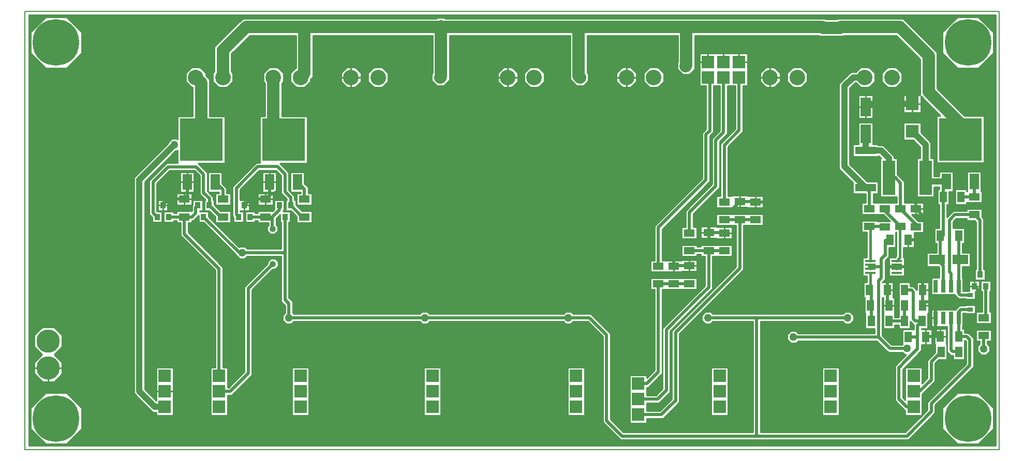
<source format=gbr>
G04 PROTEUS RS274X GERBER FILE*
%FSLAX45Y45*%
%MOMM*%
G01*
%ADD11C,1.016000*%
%ADD10C,0.508000*%
%ADD15C,2.032000*%
%ADD18C,0.381000*%
%ADD19C,1.016000*%
%ADD70C,2.032000*%
%ADD71C,1.270000*%
%ADD20C,0.762000*%
%ADD21C,1.524000*%
%ADD13C,0.254000*%
%ADD23C,3.810000*%
%ADD24C,2.540000*%
%ADD25R,2.032000X2.032000*%
%ADD34R,0.889000X1.016000*%
%ADD72R,6.985000X6.985000*%
%ADD73R,1.524000X2.540000*%
%ADD27R,2.108200X2.108200*%
%ADD33R,0.889000X0.635000*%
%ADD22R,2.032000X5.588000*%
%ADD28R,1.651000X3.048000*%
%ADD35R,1.778000X0.381000*%
%ADD30R,0.635000X2.032000*%
%ADD29R,3.403600X1.244600*%
%ADD32R,2.540000X1.524000*%
%ADD26R,1.143000X1.803400*%
%ADD31R,1.803400X1.143000*%
%ADD36C,7.620000*%
%ADD41C,0.203200*%
G36*
X+8448040Y-4193540D02*
X-7368540Y-4193540D01*
X-7368540Y+2860040D01*
X+8448040Y+2860040D01*
X+8448040Y-4193540D01*
G37*
%LPC*%
G36*
X-6819901Y-2381811D02*
X-6819901Y-2571189D01*
X-6947462Y-2698750D01*
X-6819901Y-2826311D01*
X-6819901Y-3015689D01*
X-6953811Y-3149599D01*
X-7143189Y-3149599D01*
X-7277099Y-3015689D01*
X-7277099Y-2826311D01*
X-7149538Y-2698750D01*
X-7277099Y-2571189D01*
X-7277099Y-2381811D01*
X-7143189Y-2247901D01*
X-6953811Y-2247901D01*
X-6819901Y-2381811D01*
G37*
G36*
X-2260599Y+1773114D02*
X-2260599Y+1909886D01*
X-2163886Y+2006599D01*
X-2027114Y+2006599D01*
X-1930401Y+1909886D01*
X-1930401Y+1773114D01*
X-2027114Y+1676401D01*
X-2163886Y+1676401D01*
X-2260599Y+1773114D01*
G37*
G36*
X-1816099Y+1773114D02*
X-1816099Y+1909886D01*
X-1719386Y+2006599D01*
X-1582614Y+2006599D01*
X-1485901Y+1909886D01*
X-1485901Y+1773114D01*
X-1582614Y+1676401D01*
X-1719386Y+1676401D01*
X-1816099Y+1773114D01*
G37*
G36*
X-2781301Y-3187699D02*
X-2781301Y-3695699D01*
X-3060699Y-3695699D01*
X-3060699Y-2908301D01*
X-2781301Y-2908301D01*
X-2781301Y-3187699D01*
G37*
G36*
X+736601Y+1773114D02*
X+736601Y+1909886D01*
X+833314Y+2006599D01*
X+970086Y+2006599D01*
X+1066799Y+1909886D01*
X+1066799Y+1773114D01*
X+970086Y+1676401D01*
X+833314Y+1676401D01*
X+736601Y+1773114D01*
G37*
G36*
X-622301Y-3187699D02*
X-622301Y-3695699D01*
X-901699Y-3695699D01*
X-901699Y-2908301D01*
X-622301Y-2908301D01*
X-622301Y-3187699D01*
G37*
G36*
X+1727199Y-3187699D02*
X+1727199Y-3695699D01*
X+1447801Y-3695699D01*
X+1447801Y-2908301D01*
X+1727199Y-2908301D01*
X+1727199Y-3187699D01*
G37*
G36*
X+2692401Y+1773114D02*
X+2692401Y+1909886D01*
X+2789114Y+2006599D01*
X+2925886Y+2006599D01*
X+3022599Y+1909886D01*
X+3022599Y+1773114D01*
X+2925886Y+1676401D01*
X+2789114Y+1676401D01*
X+2692401Y+1773114D01*
G37*
G36*
X+4076699Y-3187699D02*
X+4076699Y-3695699D01*
X+3797301Y-3695699D01*
X+3797301Y-2908301D01*
X+4076699Y-2908301D01*
X+4076699Y-3187699D01*
G37*
G36*
X+5892799Y-3187699D02*
X+5892799Y-3695699D01*
X+5613401Y-3695699D01*
X+5613401Y-2908301D01*
X+5892799Y-2908301D01*
X+5892799Y-3187699D01*
G37*
G36*
X+5041901Y+1773114D02*
X+5041901Y+1909886D01*
X+5138614Y+2006599D01*
X+5275386Y+2006599D01*
X+5372099Y+1909886D01*
X+5372099Y+1773114D01*
X+5275386Y+1676401D01*
X+5138614Y+1676401D01*
X+5041901Y+1773114D01*
G37*
G36*
X+6591301Y+1773114D02*
X+6591301Y+1909886D01*
X+6688014Y+2006599D01*
X+6824786Y+2006599D01*
X+6921499Y+1909886D01*
X+6921499Y+1773114D01*
X+6824786Y+1676401D01*
X+6688014Y+1676401D01*
X+6591301Y+1773114D01*
G37*
G36*
X+7230109Y+936833D02*
X+7394499Y+772443D01*
X+7394499Y+515619D01*
X+7445299Y+515619D01*
X+7445299Y+223519D01*
X+7531101Y+223519D01*
X+7531101Y+299719D01*
X+7759699Y+299719D01*
X+7759699Y-30479D01*
X+7689849Y-30479D01*
X+7689849Y-247649D01*
X+7658099Y-247649D01*
X+7658098Y-446753D01*
X+7758970Y-345881D01*
X+7974331Y-345881D01*
X+7974331Y-314131D01*
X+8230869Y-314131D01*
X+8230869Y-447849D01*
X+8260079Y-477059D01*
X+8260079Y-1300481D01*
X+8279129Y-1300481D01*
X+8279129Y-1478279D01*
X+8114031Y-1478279D01*
X+8114031Y-1300481D01*
X+8133081Y-1300481D01*
X+8133081Y-529661D01*
X+8108049Y-504629D01*
X+7974331Y-504629D01*
X+7974331Y-472879D01*
X+7811572Y-472879D01*
X+7759702Y-524749D01*
X+7759702Y-626111D01*
X+7943849Y-626111D01*
X+7943849Y-882649D01*
X+7912099Y-882649D01*
X+7912099Y-1028701D01*
X+8039099Y-1028701D01*
X+8039099Y-1257299D01*
X+7912099Y-1257299D01*
X+7912099Y-1440181D01*
X+7918449Y-1440181D01*
X+7918449Y-1662431D01*
X+7956551Y-1662431D01*
X+7956551Y-1656081D01*
X+8020051Y-1656081D01*
X+8020051Y-1490981D01*
X+8185149Y-1490981D01*
X+8185149Y-1668779D01*
X+8121649Y-1668779D01*
X+8121649Y-1795779D01*
X+7956551Y-1795779D01*
X+7956551Y-1789429D01*
X+7848106Y-1789429D01*
X+7784392Y-1725715D01*
X+7784392Y-1719579D01*
X+7397751Y-1719579D01*
X+7397751Y-1440181D01*
X+7531101Y-1440181D01*
X+7531102Y-1270902D01*
X+7517499Y-1257299D01*
X+7327901Y-1257299D01*
X+7327901Y-1028701D01*
X+7485101Y-1028701D01*
X+7485101Y-882649D01*
X+7453351Y-882649D01*
X+7453351Y-626111D01*
X+7531101Y-626111D01*
X+7531102Y-436880D01*
X+7531101Y-247649D01*
X+7499351Y-247649D01*
X+7499351Y+8889D01*
X+7531101Y+8889D01*
X+7531101Y+45721D01*
X+7445299Y+45721D01*
X+7445299Y-119379D01*
X+7165901Y-119379D01*
X+7165901Y+515619D01*
X+7216701Y+515619D01*
X+7216701Y+698797D01*
X+7104387Y+811111D01*
X+6943091Y+811111D01*
X+6943091Y+1098129D01*
X+7230109Y+1098129D01*
X+7230109Y+936833D01*
G37*
G36*
X+8373109Y-1668779D02*
X+8354059Y-1668779D01*
X+8354059Y-2000251D01*
X+8383269Y-2000251D01*
X+8383269Y-2190749D01*
X+8126731Y-2190749D01*
X+8126731Y-2000251D01*
X+8227061Y-2000251D01*
X+8227061Y-1668779D01*
X+8208011Y-1668779D01*
X+8208011Y-1490981D01*
X+8373109Y-1490981D01*
X+8373109Y-1668779D01*
G37*
G36*
X-551735Y+2806699D02*
X+5673615Y+2806699D01*
X+5686315Y+2793999D01*
X+5847635Y+2793999D01*
X+5860335Y+2806699D01*
X+6941091Y+2806699D01*
X+7495596Y+2252194D01*
X+7495596Y+1658886D01*
X+7941633Y+1212849D01*
X+8261349Y+1212849D01*
X+8261349Y+438151D01*
X+7486651Y+438151D01*
X+7486651Y+1212849D01*
X+7546505Y+1212849D01*
X+7230109Y+1529245D01*
X+7230109Y+1261111D01*
X+6943091Y+1261111D01*
X+6943091Y+1548129D01*
X+7216198Y+1548129D01*
X+7216198Y+2136464D01*
X+6825361Y+2527301D01*
X+5976065Y+2527301D01*
X+5963365Y+2514601D01*
X+5570585Y+2514601D01*
X+5557885Y+2527301D01*
X+3530599Y+2527301D01*
X+3530599Y+1977306D01*
X+3441646Y+1888353D01*
X+3325916Y+1888353D01*
X+3244082Y+1970187D01*
X+3244082Y+2085917D01*
X+3251201Y+2093036D01*
X+3251201Y+2527301D01*
X+1767966Y+2527301D01*
X+1767966Y+1922098D01*
X+1790699Y+1899365D01*
X+1790699Y+1783635D01*
X+1708865Y+1701801D01*
X+1593135Y+1701801D01*
X+1488568Y+1806368D01*
X+1488568Y+2527301D01*
X-482601Y+2527301D01*
X-482601Y+1796335D01*
X-577135Y+1701801D01*
X-692865Y+1701801D01*
X-774699Y+1783635D01*
X-774699Y+1899365D01*
X-761999Y+1912065D01*
X-761999Y+2527301D01*
X-2717801Y+2527301D01*
X-2717801Y+1847135D01*
X-2755901Y+1809035D01*
X-2755901Y+1773114D01*
X-2852614Y+1676401D01*
X-2989386Y+1676401D01*
X-3086099Y+1773114D01*
X-3086099Y+1909886D01*
X-2997199Y+1998786D01*
X-2997199Y+2527301D01*
X-3752135Y+2527301D01*
X-4051301Y+2228135D01*
X-4051301Y+1935286D01*
X-4025901Y+1909886D01*
X-4025901Y+1773114D01*
X-4122614Y+1676401D01*
X-4259386Y+1676401D01*
X-4356099Y+1773114D01*
X-4356099Y+1909886D01*
X-4330699Y+1935286D01*
X-4330699Y+2343865D01*
X-3867865Y+2806699D01*
X-692865Y+2806699D01*
X-680165Y+2819399D01*
X-564435Y+2819399D01*
X-551735Y+2806699D01*
G37*
G36*
X+8216899Y-24131D02*
X+8230869Y-24131D01*
X+8230869Y-214629D01*
X+7979849Y-214629D01*
X+7979849Y-247649D01*
X+7789351Y-247649D01*
X+7789351Y+8889D01*
X+7979849Y+8889D01*
X+7979849Y-24131D01*
X+7988301Y-24131D01*
X+7988301Y+299719D01*
X+8216899Y+299719D01*
X+8216899Y-24131D01*
G37*
G36*
X+6476999Y+1909886D02*
X+6476999Y+1773114D01*
X+6380286Y+1676401D01*
X+6243514Y+1676401D01*
X+6168653Y+1751262D01*
X+6158826Y+1751189D01*
X+6066925Y+1663692D01*
X+6066925Y+416017D01*
X+6349993Y+132949D01*
X+6532879Y+132949D01*
X+6532879Y-67709D01*
X+6451599Y-67709D01*
X+6451599Y-214631D01*
X+6832601Y-214631D01*
X+6832601Y-119379D01*
X+6565901Y-119379D01*
X+6565901Y+515619D01*
X+6579879Y+515619D01*
X+6541777Y+553721D01*
X+6532879Y+553721D01*
X+6532879Y+542291D01*
X+6116321Y+542291D01*
X+6116321Y+742949D01*
X+6203951Y+742949D01*
X+6203951Y+1105119D01*
X+6445249Y+1105119D01*
X+6445249Y+742949D01*
X+6532879Y+742949D01*
X+6532879Y+731519D01*
X+6615423Y+731519D01*
X+6794499Y+552443D01*
X+6794499Y+515619D01*
X+6845299Y+515619D01*
X+6845299Y+250358D01*
X+6959599Y+136058D01*
X+6959599Y-214631D01*
X+7278369Y-214631D01*
X+7278369Y-405129D01*
X+7081149Y-405129D01*
X+7190651Y-514631D01*
X+7278369Y-514631D01*
X+7278369Y-705129D01*
X+7118349Y-705129D01*
X+7118349Y-946149D01*
X+6942503Y-946149D01*
X+6942503Y-1106751D01*
X+6959599Y-1106751D01*
X+6959599Y-1416049D01*
X+6705601Y-1416049D01*
X+6705601Y-1106751D01*
X+6808929Y-1106751D01*
X+6828205Y-1087475D01*
X+6828205Y-695129D01*
X+6818349Y-695129D01*
X+6818349Y-946149D01*
X+6708735Y-946149D01*
X+6708735Y-1099189D01*
X+6646243Y-1161681D01*
X+6646243Y-1469502D01*
X+6600634Y-1515111D01*
X+6773349Y-1515111D01*
X+6773349Y-1769111D01*
X+6800849Y-1769111D01*
X+6800849Y-2087881D01*
X+6864351Y-2087881D01*
X+6864351Y-1515111D01*
X+7054849Y-1515111D01*
X+7054849Y-1579881D01*
X+7101841Y-1579881D01*
X+7164351Y-1642391D01*
X+7164351Y-1515111D01*
X+7354849Y-1515111D01*
X+7354849Y-2025649D01*
X+7344849Y-2025649D01*
X+7344849Y-2279649D01*
X+7240174Y-2279649D01*
X+7240174Y-2284731D01*
X+7406249Y-2284731D01*
X+7406249Y-2541269D01*
X+7240174Y-2541269D01*
X+7240174Y-2633331D01*
X+7202976Y-2670528D01*
X+6931495Y-2942009D01*
X+6931495Y-3402699D01*
X+6972301Y-3443505D01*
X+6972301Y-2908301D01*
X+7251699Y-2908301D01*
X+7251699Y-3170946D01*
X+7337446Y-3085199D01*
X+7337446Y-2790734D01*
X+7463351Y-2664829D01*
X+7463351Y-2533649D01*
X+7453351Y-2533649D01*
X+7453351Y-2277111D01*
X+7643849Y-2277111D01*
X+7643849Y-2531111D01*
X+7653849Y-2531111D01*
X+7653849Y-2787649D01*
X+7520131Y-2787649D01*
X+7464444Y-2843336D01*
X+7464444Y-3137802D01*
X+7427246Y-3174999D01*
X+7251699Y-3350546D01*
X+7251699Y-3692781D01*
X+7336337Y-3608143D01*
X+7336337Y-3480097D01*
X+7966110Y-2850324D01*
X+7966110Y-2484386D01*
X+7950603Y-2468879D01*
X+7943849Y-2468879D01*
X+7943849Y-2787649D01*
X+7753351Y-2787649D01*
X+7753351Y-2714592D01*
X+7718398Y-2714592D01*
X+7658101Y-2654295D01*
X+7658101Y-2240279D01*
X+7397751Y-2240279D01*
X+7397751Y-1960881D01*
X+7795271Y-1960881D01*
X+7858771Y-1897381D01*
X+7956551Y-1897381D01*
X+7956551Y-1891031D01*
X+8121649Y-1891031D01*
X+8121649Y-2030729D01*
X+7956551Y-2030729D01*
X+7956551Y-2024379D01*
X+7918449Y-2024379D01*
X+7918449Y-2240279D01*
X+7912099Y-2240279D01*
X+7912099Y-2277111D01*
X+7943849Y-2277111D01*
X+7943849Y-2341881D01*
X+8003205Y-2341881D01*
X+8093108Y-2431784D01*
X+8093108Y-2902926D01*
X+7463335Y-3532699D01*
X+7463335Y-3660745D01*
X+7026003Y-4098077D01*
X+3877768Y-4098077D01*
X+3825285Y-4098076D01*
X+3772802Y-4098077D01*
X+2308886Y-4098077D01*
X+2021779Y-3810970D01*
X+2021779Y-2402384D01*
X+1778394Y-2158999D01*
X+1540684Y-2158999D01*
X+1502584Y-2197099D01*
X+1418416Y-2197099D01*
X+1380316Y-2158999D01*
X-808816Y-2158999D01*
X-846916Y-2197099D01*
X-931084Y-2197099D01*
X-969184Y-2158999D01*
X-3031316Y-2158999D01*
X-3069416Y-2197099D01*
X-3153584Y-2197099D01*
X-3213099Y-2137584D01*
X-3213099Y-2053416D01*
X-3174999Y-2015316D01*
X-3174999Y-1896665D01*
X-3238499Y-1833165D01*
X-3238499Y-1094865D01*
X-3793316Y-1094865D01*
X-3831416Y-1132965D01*
X-3915584Y-1132965D01*
X-3975099Y-1073450D01*
X-3975099Y-1067702D01*
X-3985133Y-1057667D01*
X-4509401Y-533399D01*
X-4591049Y-533399D01*
X-4591049Y-426349D01*
X-4672699Y-507999D01*
X-4697731Y-507999D01*
X-4697731Y-539749D01*
X-4759582Y-539749D01*
X-4759582Y-698109D01*
X-4191001Y-1266690D01*
X-4191001Y-2908301D01*
X-4114801Y-2908301D01*
X-4114801Y-3238501D01*
X-4099550Y-3238501D01*
X-3841398Y-2980349D01*
X-3841398Y-1591835D01*
X-3463854Y-1214291D01*
X-3463854Y-1178369D01*
X-3411778Y-1126293D01*
X-3338132Y-1126293D01*
X-3286056Y-1178369D01*
X-3286056Y-1252015D01*
X-3338132Y-1304091D01*
X-3374054Y-1304091D01*
X-3714400Y-1644437D01*
X-3714400Y-3032952D01*
X-3751598Y-3070149D01*
X-4046948Y-3365499D01*
X-4114801Y-3365499D01*
X-4114801Y-3695699D01*
X-4394199Y-3695699D01*
X-4394199Y-2908301D01*
X-4317999Y-2908301D01*
X-4317999Y-1319292D01*
X-4886580Y-750711D01*
X-4886580Y-539749D01*
X-4954269Y-539749D01*
X-4954269Y-507999D01*
X-4997451Y-507999D01*
X-4997451Y-533399D01*
X-5162549Y-533399D01*
X-5162549Y-355601D01*
X-4997451Y-355601D01*
X-4997451Y-381001D01*
X-4954269Y-381001D01*
X-4954269Y-349251D01*
X-4698999Y-349251D01*
X-4698999Y-260719D01*
X-4685029Y-246749D01*
X-4685029Y-165101D01*
X-4519931Y-165101D01*
X-4519931Y-342899D01*
X-4572001Y-342899D01*
X-4572001Y-355601D01*
X-4425951Y-355601D01*
X-4425951Y-437249D01*
X-3924508Y-938692D01*
X-3915584Y-929767D01*
X-3831416Y-929767D01*
X-3793316Y-967867D01*
X-3238499Y-967867D01*
X-3238499Y-533399D01*
X-3257549Y-533399D01*
X-3257549Y-408809D01*
X-3319541Y-470801D01*
X-3319541Y-574135D01*
X-3291071Y-602605D01*
X-3291071Y-676251D01*
X-3343147Y-728327D01*
X-3416793Y-728327D01*
X-3468869Y-676251D01*
X-3468869Y-602605D01*
X-3446539Y-580275D01*
X-3446539Y-539749D01*
X-3620769Y-539749D01*
X-3620769Y-507999D01*
X-3663951Y-507999D01*
X-3663951Y-533399D01*
X-3829049Y-533399D01*
X-3829049Y-355601D01*
X-3663951Y-355601D01*
X-3663951Y-381001D01*
X-3620769Y-381001D01*
X-3620769Y-349251D01*
X-3377591Y-349251D01*
X-3351529Y-323189D01*
X-3351529Y-165101D01*
X-3186431Y-165101D01*
X-3186431Y-342899D01*
X-3205481Y-342899D01*
X-3205481Y-355601D01*
X-3092451Y-355601D01*
X-3092451Y-533399D01*
X-3111501Y-533399D01*
X-3111501Y-1768401D01*
X-3048001Y-1831901D01*
X-3048001Y-2015316D01*
X-3031316Y-2032001D01*
X-969184Y-2032001D01*
X-931084Y-1993901D01*
X-846916Y-1993901D01*
X-808816Y-2032001D01*
X+1380316Y-2032001D01*
X+1418416Y-1993901D01*
X+1502584Y-1993901D01*
X+1540684Y-2032001D01*
X+1830997Y-2032001D01*
X+1868194Y-2069199D01*
X+2148775Y-2349780D01*
X+2148775Y-3758366D01*
X+2361488Y-3971079D01*
X+3772802Y-3971079D01*
X+3825285Y-3971080D01*
X+3877768Y-3971079D01*
X+4479988Y-3971079D01*
X+4479988Y-2894698D01*
X+4479989Y-2762250D01*
X+4479988Y-2603500D01*
X+4479988Y-2158999D01*
X+3826684Y-2158999D01*
X+3788584Y-2197099D01*
X+3704416Y-2197099D01*
X+3644901Y-2137584D01*
X+3644901Y-2053416D01*
X+3704416Y-1993901D01*
X+3788584Y-1993901D01*
X+3826684Y-2032001D01*
X+5952316Y-2032001D01*
X+5990416Y-1993901D01*
X+6074584Y-1993901D01*
X+6134099Y-2053416D01*
X+6134099Y-2137584D01*
X+6074584Y-2197099D01*
X+5990416Y-2197099D01*
X+5952316Y-2158999D01*
X+4606986Y-2158999D01*
X+4606986Y-2629802D01*
X+4606985Y-2762250D01*
X+4606986Y-2894698D01*
X+4606986Y-3971079D01*
X+6973401Y-3971079D01*
X+7248781Y-3695699D01*
X+6972301Y-3695699D01*
X+6972301Y-3619499D01*
X+6968695Y-3619499D01*
X+6804497Y-3455302D01*
X+6804497Y-2889407D01*
X+6990008Y-2703896D01*
X+6961405Y-2703896D01*
X+6923305Y-2665796D01*
X+6697067Y-2665796D01*
X+6507770Y-2476499D01*
X+5223684Y-2476499D01*
X+5185584Y-2514599D01*
X+5101416Y-2514599D01*
X+5041901Y-2455084D01*
X+5041901Y-2370916D01*
X+5101416Y-2311401D01*
X+5185584Y-2311401D01*
X+5223684Y-2349501D01*
X+6470572Y-2349501D01*
X+6470572Y-2279649D01*
X+6320351Y-2279649D01*
X+6320351Y-2025649D01*
X+6310351Y-2025649D01*
X+6310351Y-1771649D01*
X+6292851Y-1771649D01*
X+6292851Y-1515111D01*
X+6345451Y-1515111D01*
X+6345451Y-1416049D01*
X+6275601Y-1416049D01*
X+6275601Y-1106751D01*
X+6345451Y-1106751D01*
X+6345451Y-695129D01*
X+6259831Y-695129D01*
X+6259831Y-504631D01*
X+6516369Y-504631D01*
X+6516369Y-514631D01*
X+6721051Y-514631D01*
X+6611549Y-405129D01*
X+6259831Y-405129D01*
X+6259831Y-214631D01*
X+6324601Y-214631D01*
X+6324601Y-67709D01*
X+6116321Y-67709D01*
X+6116321Y+115177D01*
X+5889127Y+342371D01*
X+5889127Y+1720049D01*
X+5903509Y+1753600D01*
X+5916727Y+1766185D01*
X+6087114Y+1928406D01*
X+6166159Y+1929244D01*
X+6243514Y+2006599D01*
X+6380286Y+2006599D01*
X+6476999Y+1909886D01*
G37*
G36*
X+6445249Y+1168621D02*
X+6203951Y+1168621D01*
X+6203951Y+1549619D01*
X+6445249Y+1549619D01*
X+6445249Y+1168621D01*
G37*
G36*
X+8383269Y-2480749D02*
X+8318499Y-2480749D01*
X+8318499Y-2523316D01*
X+8356599Y-2561416D01*
X+8356599Y-2645584D01*
X+8297084Y-2705099D01*
X+8212916Y-2705099D01*
X+8153401Y-2645584D01*
X+8153401Y-2561416D01*
X+8191501Y-2523316D01*
X+8191501Y-2480749D01*
X+8126731Y-2480749D01*
X+8126731Y-2290251D01*
X+8383269Y-2290251D01*
X+8383269Y-2480749D01*
G37*
G36*
X-7340599Y-3920096D02*
X-7340599Y-3572904D01*
X-7095096Y-3327401D01*
X-6747904Y-3327401D01*
X-6502401Y-3572904D01*
X-6502401Y-3920096D01*
X-6747904Y-4165599D01*
X-7095096Y-4165599D01*
X-7340599Y-3920096D01*
G37*
G36*
X-7340599Y+2239404D02*
X-7340599Y+2586596D01*
X-7095096Y+2832099D01*
X-6747904Y+2832099D01*
X-6502401Y+2586596D01*
X-6502401Y+2239404D01*
X-6747904Y+1993901D01*
X-7095096Y+1993901D01*
X-7340599Y+2239404D01*
G37*
G36*
X+7581901Y+2239404D02*
X+7581901Y+2586596D01*
X+7827404Y+2832099D01*
X+8174596Y+2832099D01*
X+8420099Y+2586596D01*
X+8420099Y+2239404D01*
X+8174596Y+1993901D01*
X+7827404Y+1993901D01*
X+7581901Y+2239404D01*
G37*
G36*
X+7581901Y-3920096D02*
X+7581901Y-3572904D01*
X+7827404Y-3327401D01*
X+8174596Y-3327401D01*
X+8420099Y-3572904D01*
X+8420099Y-3920096D01*
X+8174596Y-4165599D01*
X+7827404Y-4165599D01*
X+7581901Y-3920096D01*
G37*
G36*
X-4470401Y+1909886D02*
X-4470401Y+1873965D01*
X-4406901Y+1810465D01*
X-4406901Y+1205229D01*
X-4159251Y+1205229D01*
X-4159251Y+430531D01*
X-4595231Y+430531D01*
X-4445001Y+280301D01*
X-4445001Y-20294D01*
X-4432299Y-32996D01*
X-4432299Y+292099D01*
X-4203701Y+292099D01*
X-4203701Y+102501D01*
X-4127501Y+26301D01*
X-4127501Y-59251D01*
X-4062731Y-59251D01*
X-4062731Y-249749D01*
X-4319269Y-249749D01*
X-4319269Y-59251D01*
X-4254499Y-59251D01*
X-4254499Y-38099D01*
X-4427196Y-38099D01*
X-4347525Y-117770D01*
X-4347525Y-165101D01*
X-4331971Y-165101D01*
X-4331971Y-246749D01*
X-4229469Y-349251D01*
X-4062731Y-349251D01*
X-4062731Y-539749D01*
X-4319269Y-539749D01*
X-4319269Y-439051D01*
X-4415421Y-342899D01*
X-4497069Y-342899D01*
X-4497069Y-165101D01*
X-4479794Y-165101D01*
X-4571999Y-72896D01*
X-4571999Y+227699D01*
X-4656059Y+311759D01*
X-5057492Y+311759D01*
X-5270501Y+98750D01*
X-5270501Y-352159D01*
X-5267059Y-355601D01*
X-5185411Y-355601D01*
X-5185411Y-533399D01*
X-5350509Y-533399D01*
X-5350509Y-451751D01*
X-5397499Y-404761D01*
X-5397499Y+151352D01*
X-5110094Y+438757D01*
X-4933949Y+438757D01*
X-4933949Y+647853D01*
X-4947268Y+634534D01*
X-4965229Y+634534D01*
X-5472084Y+127679D01*
X-5472084Y-3265177D01*
X-5283199Y-3454062D01*
X-5283199Y-2908301D01*
X-5003801Y-2908301D01*
X-5003801Y-3695699D01*
X-5283199Y-3695699D01*
X-5283199Y-3644899D01*
X-5343806Y-3644899D01*
X-5649882Y-3338823D01*
X-5649882Y+201325D01*
X-5090951Y+760256D01*
X-5090951Y+778217D01*
X-5031436Y+837732D01*
X-4947268Y+837732D01*
X-4933949Y+824413D01*
X-4933949Y+1205229D01*
X-4686299Y+1205229D01*
X-4686299Y+1676401D01*
X-4703886Y+1676401D01*
X-4800599Y+1773114D01*
X-4800599Y+1909886D01*
X-4703886Y+2006599D01*
X-4567114Y+2006599D01*
X-4470401Y+1909886D01*
G37*
G36*
X-4889499Y+292099D02*
X-4660901Y+292099D01*
X-4660901Y-38099D01*
X-4889499Y-38099D01*
X-4889499Y+292099D01*
G37*
G36*
X-3200401Y+1909886D02*
X-3200401Y+1773114D01*
X-3225801Y+1747714D01*
X-3225801Y+1205229D01*
X-2813051Y+1205229D01*
X-2813051Y+430531D01*
X-3261731Y+430531D01*
X-3111501Y+280301D01*
X-3111501Y-9453D01*
X-3086099Y-34855D01*
X-3086099Y+292099D01*
X-2857501Y+292099D01*
X-2857501Y+102501D01*
X-2794001Y+39001D01*
X-2794001Y-59251D01*
X-2729231Y-59251D01*
X-2729231Y-249749D01*
X-2985769Y-249749D01*
X-2985769Y-59251D01*
X-2920999Y-59251D01*
X-2920999Y-38099D01*
X-3082855Y-38099D01*
X-3017877Y-103077D01*
X-3017877Y-165101D01*
X-2998471Y-165101D01*
X-2998471Y-246749D01*
X-2895969Y-349251D01*
X-2729231Y-349251D01*
X-2729231Y-539749D01*
X-2985769Y-539749D01*
X-2985769Y-439051D01*
X-3081921Y-342899D01*
X-3163569Y-342899D01*
X-3163569Y-165101D01*
X-3144875Y-165101D01*
X-3144875Y-155679D01*
X-3238499Y-62055D01*
X-3238499Y+227699D01*
X-3328302Y+317502D01*
X-3593198Y+317502D01*
X-3909108Y+1592D01*
X-3909108Y-165101D01*
X-3757931Y-165101D01*
X-3757931Y-342899D01*
X-3909108Y-342899D01*
X-3909108Y-355601D01*
X-3851911Y-355601D01*
X-3851911Y-533399D01*
X-4017009Y-533399D01*
X-4017009Y-451751D01*
X-4036106Y-432654D01*
X-4036106Y+54194D01*
X-3645802Y+444498D01*
X-3587749Y+444498D01*
X-3587749Y+1205229D01*
X-3505199Y+1205229D01*
X-3505199Y+1747714D01*
X-3530599Y+1773114D01*
X-3530599Y+1909886D01*
X-3433886Y+2006599D01*
X-3297114Y+2006599D01*
X-3200401Y+1909886D01*
G37*
G36*
X-3314701Y-25400D02*
X-3286218Y-25400D01*
X-3263900Y-47718D01*
X-3263900Y-79282D01*
X-3286218Y-101600D01*
X-3317782Y-101600D01*
X-3340100Y-79282D01*
X-3340100Y-47718D01*
X-3330481Y-38099D01*
X-3543299Y-38099D01*
X-3543299Y+292099D01*
X-3314701Y+292099D01*
X-3314701Y-25400D01*
G37*
G36*
X-5091431Y-342899D02*
X-5256529Y-342899D01*
X-5256529Y-165101D01*
X-5091431Y-165101D01*
X-5091431Y-342899D01*
G37*
G36*
X-4954269Y-249749D02*
X-4954269Y-59251D01*
X-4697731Y-59251D01*
X-4697731Y-249749D01*
X-4954269Y-249749D01*
G37*
G36*
X-3620769Y-249749D02*
X-3620769Y-59251D01*
X-3364231Y-59251D01*
X-3364231Y-249749D01*
X-3620769Y-249749D01*
G37*
G36*
X+4394199Y+1955801D02*
X+4394199Y+1701801D01*
X+4316557Y+1701801D01*
X+4316557Y+1559756D01*
X+4316556Y+1491529D01*
X+4316557Y+1423302D01*
X+4316557Y+944550D01*
X+4073999Y+701992D01*
X+4073999Y-105251D01*
X+4136231Y-105251D01*
X+4136231Y-95251D01*
X+4392769Y-95251D01*
X+4392769Y-105251D01*
X+4646769Y-105251D01*
X+4646769Y-295749D01*
X+4390231Y-295749D01*
X+4390231Y-285749D01*
X+4138769Y-285749D01*
X+4138769Y-295749D01*
X+3882231Y-295749D01*
X+3882231Y-105251D01*
X+3947001Y-105251D01*
X+3947001Y+754594D01*
X+4189559Y+997152D01*
X+4189559Y+1423302D01*
X+4189560Y+1491529D01*
X+4189559Y+1586058D01*
X+4189559Y+1701801D01*
X+4063999Y+1701801D01*
X+4063999Y+913775D01*
X+3936999Y+786775D01*
X+3936999Y+37199D01*
X+3502499Y-397301D01*
X+3502499Y-613251D01*
X+3567269Y-613251D01*
X+3567269Y-803749D01*
X+3310731Y-803749D01*
X+3310731Y-613251D01*
X+3375501Y-613251D01*
X+3375501Y-344699D01*
X+3810001Y+89801D01*
X+3810001Y+839377D01*
X+3937001Y+966377D01*
X+3937001Y+1701801D01*
X+3836877Y+1701801D01*
X+3836877Y+937344D01*
X+3776401Y+876868D01*
X+3776401Y+134072D01*
X+2994499Y-647830D01*
X+2994499Y-1157251D01*
X+3310731Y-1157251D01*
X+3310731Y-1147251D01*
X+3567269Y-1147251D01*
X+3567269Y-1337749D01*
X+3313269Y-1337749D01*
X+3313269Y-1347749D01*
X+2802731Y-1347749D01*
X+2802731Y-1157251D01*
X+2867501Y-1157251D01*
X+2867501Y-595228D01*
X+3649403Y+186674D01*
X+3649403Y+929470D01*
X+3709879Y+989946D01*
X+3709879Y+1701801D01*
X+3606801Y+1701801D01*
X+3606801Y+2235199D01*
X+4394199Y+2235199D01*
X+4394199Y+1955801D01*
G37*
G36*
X+4646769Y-585749D02*
X+4327999Y-585749D01*
X+4327999Y-1312650D01*
X+3279423Y-2361226D01*
X+3279423Y-3479087D01*
X+3012012Y-3746499D01*
X+2947303Y-3746498D01*
X+2947302Y-3746499D01*
X+2894698Y-3746499D01*
X+2762250Y-3746498D01*
X+2743199Y-3746499D01*
X+2743199Y-3822699D01*
X+2463801Y-3822699D01*
X+2463801Y-3035301D01*
X+2743199Y-3035301D01*
X+2743199Y-3082501D01*
X+2867501Y-2958199D01*
X+2867501Y-1637749D01*
X+2802731Y-1637749D01*
X+2802731Y-1447251D01*
X+3567269Y-1447251D01*
X+3567269Y-1637749D01*
X+2994499Y-1637749D01*
X+2994499Y-3010802D01*
X+2957301Y-3047999D01*
X+2766801Y-3238499D01*
X+2743199Y-3238499D01*
X+2743199Y-3365501D01*
X+2762250Y-3365502D01*
X+2894699Y-3365501D01*
X+3001067Y-3259133D01*
X+3001067Y-2268314D01*
X+3693001Y-1576380D01*
X+3693001Y-1093749D01*
X+3628231Y-1093749D01*
X+3628231Y-1061999D01*
X+3597750Y-1061998D01*
X+3567269Y-1061999D01*
X+3567269Y-1093749D01*
X+3310731Y-1093749D01*
X+3310731Y-903251D01*
X+3567269Y-903251D01*
X+3567269Y-935001D01*
X+3597750Y-935002D01*
X+3628231Y-935001D01*
X+3628231Y-903251D01*
X+4138769Y-903251D01*
X+4138769Y-1093749D01*
X+3819999Y-1093749D01*
X+3819999Y-1628982D01*
X+3128065Y-2320916D01*
X+3128065Y-3311736D01*
X+3090867Y-3348933D01*
X+2947302Y-3492499D01*
X+2762250Y-3492498D01*
X+2743199Y-3492499D01*
X+2743199Y-3619501D01*
X+2762250Y-3619502D01*
X+2947302Y-3619501D01*
X+2947303Y-3619502D01*
X+2959408Y-3619502D01*
X+3152425Y-3426485D01*
X+3152425Y-2308624D01*
X+4201001Y-1260048D01*
X+4201001Y-585749D01*
X+3882231Y-585749D01*
X+3882231Y-395251D01*
X+4646769Y-395251D01*
X+4646769Y-585749D01*
G37*
G36*
X+3884769Y-613251D02*
X+4138769Y-613251D01*
X+4138769Y-803749D01*
X+3882231Y-803749D01*
X+3882231Y-793749D01*
X+3628231Y-793749D01*
X+3628231Y-603251D01*
X+3884769Y-603251D01*
X+3884769Y-613251D01*
G37*
G36*
X+304801Y+1773114D02*
X+304801Y+1909886D01*
X+401514Y+2006599D01*
X+538286Y+2006599D01*
X+634999Y+1909886D01*
X+634999Y+1773114D01*
X+538286Y+1676401D01*
X+401514Y+1676401D01*
X+304801Y+1773114D01*
G37*
G36*
X+2247901Y+1773114D02*
X+2247901Y+1909886D01*
X+2344614Y+2006599D01*
X+2481386Y+2006599D01*
X+2578099Y+1909886D01*
X+2578099Y+1773114D01*
X+2481386Y+1676401D01*
X+2344614Y+1676401D01*
X+2247901Y+1773114D01*
G37*
G36*
X+4597401Y+1773114D02*
X+4597401Y+1909886D01*
X+4694114Y+2006599D01*
X+4830886Y+2006599D01*
X+4927599Y+1909886D01*
X+4927599Y+1773114D01*
X+4830886Y+1676401D01*
X+4694114Y+1676401D01*
X+4597401Y+1773114D01*
G37*
G36*
X-3270250Y-1918151D02*
X-3270250Y-1891849D01*
X-3251651Y-1873250D01*
X-3225349Y-1873250D01*
X-3206750Y-1891849D01*
X-3206750Y-1918151D01*
X-3225349Y-1936750D01*
X-3251651Y-1936750D01*
X-3270250Y-1918151D01*
G37*
G36*
X-3530600Y-1920782D02*
X-3530600Y-1889218D01*
X-3508282Y-1866900D01*
X-3476718Y-1866900D01*
X-3454400Y-1889218D01*
X-3454400Y-1920782D01*
X-3476718Y-1943100D01*
X-3508282Y-1943100D01*
X-3530600Y-1920782D01*
G37*
G36*
X-5111750Y-76651D02*
X-5111750Y-50349D01*
X-5093151Y-31750D01*
X-5066849Y-31750D01*
X-5048250Y-50349D01*
X-5048250Y-76651D01*
X-5066849Y-95250D01*
X-5093151Y-95250D01*
X-5111750Y-76651D01*
G37*
G36*
X+4718050Y+634549D02*
X+4718050Y+660851D01*
X+4736649Y+679450D01*
X+4762951Y+679450D01*
X+4781550Y+660851D01*
X+4781550Y+634549D01*
X+4762951Y+615950D01*
X+4736649Y+615950D01*
X+4718050Y+634549D01*
G37*
G36*
X+6540500Y+1571718D02*
X+6540500Y+1603282D01*
X+6562818Y+1625600D01*
X+6594382Y+1625600D01*
X+6616700Y+1603282D01*
X+6616700Y+1571718D01*
X+6594382Y+1549400D01*
X+6562818Y+1549400D01*
X+6540500Y+1571718D01*
G37*
G36*
X+4741048Y+2270218D02*
X+4741048Y+2301782D01*
X+4763366Y+2324100D01*
X+4794930Y+2324100D01*
X+4817248Y+2301782D01*
X+4817248Y+2270218D01*
X+4794930Y+2247900D01*
X+4763366Y+2247900D01*
X+4741048Y+2270218D01*
G37*
%LPD*%
G36*
X+6610351Y-2025649D02*
X+6610351Y-2279649D01*
X+6800849Y-2279649D01*
X+6800849Y-2214879D01*
X+6864351Y-2214879D01*
X+6864351Y-2279649D01*
X+7054849Y-2279649D01*
X+7054849Y-2158759D01*
X+7110970Y-2214879D01*
X+7113176Y-2214879D01*
X+7113176Y-2284731D01*
X+6925751Y-2284731D01*
X+6925751Y-2536352D01*
X+6923305Y-2538798D01*
X+6749669Y-2538798D01*
X+6597570Y-2386699D01*
X+6597570Y-1771649D01*
X+6610351Y-1771649D01*
X+6610351Y-2025649D01*
G37*
D11*
X+7305600Y+198120D02*
X+7305600Y+735620D01*
X+7086600Y+954620D01*
X+7645400Y+134620D02*
X+7369100Y+134620D01*
X+7305600Y+198120D01*
X+6324600Y+642620D02*
X+6324600Y+914620D01*
X+6705600Y+198120D02*
X+6705600Y+515620D01*
X+6578600Y+642620D01*
X+6324600Y+642620D01*
D10*
X+6388100Y-309880D02*
X+6388100Y-30880D01*
X+6324600Y+32620D01*
X+6896100Y-309880D02*
X+7150100Y-563880D01*
X+7150100Y-609880D01*
X+6896100Y-599880D02*
X+6642100Y-345880D01*
X+6642100Y-309880D01*
X+6388100Y-599880D02*
X+6632100Y-599880D01*
X+6642100Y-609880D01*
X+6896100Y-309880D02*
X+6896100Y+109757D01*
X+6806506Y+199351D01*
X+6706831Y+199351D01*
X+6705600Y+198120D01*
X+7150100Y-309880D02*
X+7150100Y+425241D01*
X+6778507Y+796834D01*
X+6778507Y+1373262D01*
X+6747149Y+1404620D01*
X+7594600Y-119380D02*
X+7594600Y+83820D01*
X+7645400Y+134620D01*
X+7884600Y-119380D02*
X+8102600Y-119380D01*
X+8102600Y+134620D01*
X+8196580Y-1389380D02*
X+8196580Y-503360D01*
X+8159750Y-466530D01*
X+8102600Y-409380D01*
X+7548600Y-754380D02*
X+7594600Y-754380D01*
X+7594600Y-119380D01*
X+8039100Y-1725930D02*
X+7874407Y-1725930D01*
X+7847891Y-1699414D01*
X+7847891Y-1580589D01*
X+7848600Y-1579880D01*
X+7259600Y-1643380D02*
X+7259600Y-1897380D01*
X+7467600Y-2100580D02*
X+7467600Y-1833880D01*
X+8102600Y-1579880D02*
X+8166100Y-1643380D01*
X+8166100Y-1833880D01*
X+7467600Y-1833880D01*
X+7278892Y-1833880D01*
X+7265528Y-1847244D01*
X+7259600Y-1897380D01*
X+7340600Y-817880D02*
X+7340600Y-500380D01*
X+7150100Y-309880D01*
X+6678100Y-1643380D02*
X+6678100Y-1869880D01*
X+6705600Y-1897380D01*
X+6959600Y-1897380D02*
X+6959600Y-2151380D01*
X+6705600Y-2151380D01*
X+6388100Y-1643380D02*
X+6415600Y-1643380D01*
X+6415600Y-2151380D02*
X+6415600Y-1987550D01*
X+6405600Y-1897380D01*
X+6415600Y-1987550D02*
X+6415600Y-1643380D01*
X+7467600Y-2100580D02*
X+7467600Y-2399087D01*
X+7461307Y-2405380D01*
X+7721600Y-2100580D02*
X+7721600Y-2627994D01*
X+7744699Y-2651093D01*
X+7840313Y-2651093D01*
X+7848600Y-2659380D01*
X+7848600Y-2405380D02*
X+7848600Y-2100580D01*
X+7847891Y-2099871D01*
X+7848600Y-2100580D01*
X+8039100Y-1960880D02*
X+7885072Y-1960880D01*
X+7847891Y-1998061D01*
X+7847891Y-2099871D01*
X+6582744Y-1135380D02*
X+6634037Y-1084087D01*
X+6645236Y-1072888D01*
X+6645236Y-828743D01*
X+6712237Y-828743D01*
X+6723100Y-817880D01*
X+6959600Y-1643380D02*
X+7075540Y-1643380D01*
X+7104260Y-1672100D01*
X+7104260Y-2118369D01*
X+7134677Y-2148786D02*
X+7156505Y-2148786D01*
X+7247006Y-2148786D01*
X+7249600Y-2151380D01*
X+7104260Y-2118369D02*
X+7134677Y-2148786D01*
X+7137271Y-2151380D01*
X+7159099Y-2151380D01*
X+7249600Y-2151380D02*
X+7159099Y-2151380D01*
X+7156505Y-2148786D01*
X+7048500Y-3556000D02*
X+7048500Y-3556000D01*
X-5080000Y-444500D02*
X-4826000Y-444500D01*
X-4699000Y-444500D01*
X-4635500Y-381000D01*
X-4635500Y-287020D01*
X-4602480Y-254000D01*
X-4414520Y-254000D02*
X-4224020Y-444500D01*
X-4191000Y-444500D01*
X-4191000Y-154500D02*
X-4191000Y+0D01*
X-4318000Y+127000D01*
X-3746500Y-444500D02*
X-3492500Y-444500D01*
X-3934460Y-444500D02*
X-3972607Y-406353D01*
X-3972607Y-383439D01*
X-3972607Y+27893D01*
X-3619500Y+381000D01*
X-3302000Y+381000D01*
X-3175000Y+254000D01*
X-3175000Y-35754D01*
X-3081376Y-129378D01*
X-3081376Y-253644D01*
X-3081020Y-254000D01*
X-2890520Y-444500D01*
X-2857500Y-444500D01*
X-2857500Y-154500D02*
X-2857500Y+12700D01*
X-2971800Y+127000D01*
X-5173980Y-254000D02*
X-5074480Y-154500D01*
X-4826000Y-154500D01*
X-3429000Y-91000D02*
X-3429000Y+127000D01*
X-1016000Y-2095500D02*
X-889000Y-2095500D01*
X+1333500Y-2095500D02*
X+1460500Y-2095500D01*
X-889000Y-2095500D02*
X+1333500Y-2095500D01*
X-5267960Y-444500D02*
X-5334000Y-378460D01*
X-5334000Y+125051D01*
X-5083793Y+375258D01*
X-4629758Y+375258D01*
X-4508500Y+254000D01*
X-4508500Y-46595D01*
X-4411024Y-144071D01*
X-4411024Y-250504D01*
X-4414520Y-254000D01*
X-3111500Y-2095500D02*
X-2984500Y-2095500D01*
X+2931000Y-1542500D02*
X+3185000Y-1542500D01*
X+3439000Y-1542500D01*
X+3196111Y-1242500D02*
X+3185000Y-1252500D01*
X+3195000Y-1242500D01*
X+3196111Y-1242500D01*
X+3439000Y-1242500D01*
X+3439000Y-998500D02*
X+3756500Y-998500D01*
X+4010500Y-998500D01*
X+3756500Y-698500D02*
X+4000500Y-698500D01*
X+4010500Y-708500D01*
X+4010500Y-490500D02*
X+4264500Y-490500D01*
X+4518500Y-490500D01*
X+4264500Y-190500D02*
X+4508500Y-190500D01*
X+4518500Y-200500D01*
X+1460500Y-2095500D02*
X+1804695Y-2095500D01*
X+3746500Y-2095500D02*
X+4534399Y-2095500D01*
X+6032500Y-2095500D01*
X+6892102Y-2891602D02*
X+6956191Y-2827513D01*
X+7176675Y-2607029D01*
X+7176675Y-2540000D01*
X+6534071Y-2413000D02*
X+5143500Y-2413000D01*
X+4543487Y-2921000D02*
X+4543487Y-2603500D01*
X+4543487Y-2104588D01*
X+4534399Y-2095500D01*
X+1804695Y-2095500D02*
X+2085277Y-2376082D01*
X+2085277Y-3784668D01*
X+2335187Y-4034578D01*
X+3746500Y-4034578D01*
X+4543487Y-3429000D02*
X+4543487Y-2921000D01*
X-3175000Y-444500D02*
X-3175000Y-600328D01*
X-2984500Y-2095500D02*
X-2886364Y-2095500D01*
X-1016000Y-2095500D01*
X-3111500Y-2095500D02*
X-3111500Y-1870364D01*
X-3111500Y-1858202D01*
X-3175000Y-1794702D01*
X-3175000Y-1806864D01*
X-3111500Y-1870364D01*
X-3492500Y-154500D02*
X-3429000Y-91000D01*
X-3492500Y-1905000D02*
X-3238500Y-1905000D01*
X+7548600Y-2405380D02*
X+7461307Y-2405380D01*
X+7318620Y-2405380D01*
X+7311000Y-2413000D01*
X+7021000Y-2413000D02*
X+7167111Y-2413000D01*
X+7176675Y-2403436D01*
X+7249600Y-2151380D02*
X+7176675Y-2224305D01*
X+7176675Y-2403436D01*
X+7176675Y-2540000D01*
X+3937909Y-4034578D02*
X+3904070Y-4034578D01*
X+3746500Y-4034578D02*
X+3904070Y-4034578D01*
X+4543487Y-3429000D02*
X+4543487Y-4022322D01*
X+4531231Y-4034578D01*
X+3937909Y-4034578D01*
X+8255000Y-2095500D02*
X+8290560Y-2059940D01*
X+8290560Y-1579880D01*
X+8255000Y-2385500D02*
X+8255000Y-2603500D01*
X+7485117Y-3421117D02*
X+7512202Y-3394032D01*
X+7548617Y-3357617D01*
X+8029609Y-2876625D01*
X+8029609Y-2748581D01*
X+7848600Y-2405380D02*
X+7976904Y-2405380D01*
X+8029609Y-2458085D01*
X+8029609Y-2748581D01*
X+7485117Y-3421117D02*
X+7399836Y-3506398D01*
X+7399836Y-3634444D01*
X+6999702Y-4034578D01*
X+4531231Y-4034578D01*
X-3850451Y-1031366D02*
X-3176537Y-1031366D01*
X-3175000Y-1029829D01*
X-3175000Y-600328D02*
X-3175000Y-1029829D01*
X-3175000Y-1794702D01*
X-3492500Y-444500D02*
X-3383040Y-444500D01*
X-3281995Y-343455D01*
X-3268980Y-330440D01*
X-3268980Y-254000D01*
X-3383040Y-444500D02*
X-3383040Y-636358D01*
X-3379970Y-639428D01*
X-3374955Y-1215192D02*
X-3777899Y-1618136D01*
X-3777899Y-2474648D01*
X-3777899Y-2794000D01*
D11*
X+6747149Y+1404620D02*
X+6778507Y+1404620D01*
X+1651000Y+1841500D02*
X+1651000Y+2644267D01*
X+1628267Y+2667000D01*
X-4989352Y+736133D02*
X-5560983Y+164502D01*
X-5560983Y-454820D01*
X-5560983Y-3238500D01*
X-635000Y+2032000D02*
X-635000Y+2634074D01*
X-635000Y+2638256D01*
X-663744Y+2667000D01*
D15*
X-1206500Y+2667000D01*
X-2540000Y+2667000D02*
X-1206500Y+2667000D01*
D11*
X-635000Y+1841500D02*
X-635000Y+2032000D01*
X-635000Y+2634074D02*
X-634086Y+2634988D01*
D15*
X-2603500Y+2667000D02*
X-2540000Y+2667000D01*
D10*
X+7302500Y-1262380D02*
X+7302500Y-817880D01*
X+7340600Y-817880D01*
X+6908800Y-1262380D02*
X+7302500Y-1262380D01*
X+7023100Y-817880D02*
X+7302500Y-817880D01*
X+7259600Y-1643380D02*
X+7259600Y-1406880D01*
X+7302500Y-1333500D01*
X+7302500Y-1262380D01*
X+7848600Y-754380D02*
X+7848600Y-1117600D01*
X+7874000Y-1143000D01*
X+7848600Y-1579880D02*
X+7848600Y-1168400D01*
X+7874000Y-1143000D01*
X+7548600Y-754380D02*
X+7548600Y-1087400D01*
X+7493000Y-1143000D01*
X+7594600Y-1579880D02*
X+7594600Y-1244600D01*
X+7493000Y-1143000D01*
X+7696203Y-1206500D02*
X+7696203Y-1320797D01*
X+7696203Y-1346203D01*
X+7721600Y-1371600D01*
X+7721600Y-1579880D02*
X+7721600Y-1371600D01*
X+7696203Y-1206500D02*
X+7696203Y-498448D01*
X+7719735Y-474916D01*
X+7785271Y-409380D01*
X+8102600Y-409380D01*
D11*
X+3383781Y+2028052D02*
X+3383781Y+2648719D01*
X+3365500Y+2667000D01*
D15*
X+1628267Y+2667000D02*
X+3365500Y+2667000D01*
D11*
X+6778507Y+1404620D02*
X+7048500Y+1404620D01*
X+7086600Y+1404620D02*
X+7048500Y+1404620D01*
D10*
X-4508500Y-444500D02*
X-3921634Y-1031366D01*
X-3873500Y-1031366D01*
X-3850451Y-1031366D01*
D15*
X-3810000Y+2667000D02*
X-4191000Y+2286000D01*
X-4191000Y+1841500D01*
X-2857500Y+2667000D02*
X-2857500Y+1905000D01*
X-2921000Y+1841500D01*
X-3810000Y+2667000D02*
X-2857500Y+2667000D01*
X-2603500Y+2667000D01*
X-4546600Y+817880D02*
X-4546600Y+1752600D01*
X-4635500Y+1841500D01*
X-3200400Y+817880D02*
X-3365500Y+982980D01*
X-3365500Y+1841500D01*
D10*
X-4826000Y-154500D02*
X-4775200Y-103700D01*
X-4775200Y+63500D01*
X-4775200Y+127000D01*
X-5074480Y-154500D02*
X-5074480Y-69020D01*
X-5080000Y-63500D01*
X-3840480Y-254000D02*
X-3740844Y-154364D01*
X-3737598Y-154364D01*
X-3492636Y-154364D01*
X-3429272Y-91000D01*
X-3429000Y-91000D01*
X-3401500Y-63500D01*
X-3302000Y-63500D01*
X-3492636Y-154364D02*
X-3492500Y-154500D01*
X+7400945Y-3111500D02*
X+7210445Y-3302000D01*
X+7112000Y-3302000D01*
X+7400945Y-3111500D02*
X+7400945Y-2817035D01*
X+7558600Y-2659380D01*
X+6867996Y-3429000D02*
X+6994996Y-3556000D01*
X+7048500Y-3556000D01*
X+7112000Y-3556000D01*
X+6892102Y-2891602D02*
X+6867996Y-2915708D01*
X+6867996Y-3429000D01*
X+2603500Y-3175000D02*
X+2740500Y-3175000D01*
X+2931000Y-2984500D01*
X+2931000Y-1542500D02*
X+2931000Y-2984500D01*
X+2603500Y-3429000D02*
X+2921000Y-3429000D01*
X+3064566Y-3285434D01*
X+3756500Y-998500D02*
X+3756500Y-1602681D01*
X+3602894Y-1756287D01*
X+3064566Y-2294615D01*
X+3064566Y-3285434D01*
X+2603500Y-3683000D02*
X+2921000Y-3683000D01*
X+2985710Y-3683000D01*
X+3112105Y-3556605D01*
X+4264500Y-490500D02*
X+4264500Y-1286349D01*
X+3215924Y-2334925D01*
X+3215924Y-3452786D01*
X+3112105Y-3556605D01*
X-4254500Y-3302000D02*
X-4073249Y-3302000D01*
X-3777899Y-3006650D01*
X-3777899Y-2794000D02*
X-3777899Y-3006650D01*
X-4254500Y-2730500D02*
X-4254500Y-2844450D01*
X-4254500Y-3048000D01*
X-4254500Y-2730500D02*
X-4254500Y-1292991D01*
X-4823081Y-724410D01*
X-4823081Y-447419D01*
X-4826000Y-444500D01*
D11*
X-5560983Y-3302000D02*
X-5306983Y-3556000D01*
X-5143500Y-3556000D01*
X-5560983Y-3238500D02*
X-5560983Y-3302000D01*
D10*
X+3773378Y+1270000D02*
X+3773378Y+1560622D01*
X+3773378Y+1814622D01*
X+3746500Y+1841500D01*
X+2931000Y-1252500D02*
X+2931000Y-621529D01*
X+3338846Y-213683D01*
X+3712902Y+160373D01*
X+3712902Y+903169D01*
X+3773378Y+963645D01*
X+3773378Y+1270000D01*
X+4000500Y+1397000D02*
X+4000500Y+1587500D01*
X+4000500Y+1841500D01*
X+3439000Y-708500D02*
X+3439000Y-371000D01*
X+3873500Y+63500D01*
X+3873500Y+813076D01*
X+4000500Y+940076D01*
X+4000500Y+1397000D01*
X+4253058Y+1397000D02*
X+4253058Y+1586058D01*
X+4253058Y+1840058D01*
X+4254500Y+1841500D01*
X+4010500Y-200500D02*
X+4010500Y+728293D01*
X+4253058Y+970851D01*
X+4253058Y+1397000D01*
X+6582744Y-1257300D02*
X+6582744Y-1135380D01*
X+6582744Y-1257300D02*
X+6582744Y-1443201D01*
X+6534071Y-1491874D01*
X+6534071Y-1522968D01*
X+6534071Y-2413000D01*
D18*
X+6402600Y-1358900D02*
X+6402600Y-1628880D01*
X+6388100Y-1643380D01*
X+6402600Y-1228900D02*
X+6402600Y-1257300D01*
X+6402600Y-1293900D01*
D10*
X+6388100Y-1262380D02*
X+6388100Y-1257300D01*
X+6402600Y-1257300D01*
X+6582744Y-1257300D01*
D18*
X+6832600Y-1228900D02*
X+6832600Y-1260811D01*
X+6832600Y-1293900D01*
D10*
X+6678100Y-1643380D02*
X+6678100Y-1277727D01*
X+6695016Y-1260811D01*
X+6832600Y-1260811D01*
X+6868436Y-1260811D01*
X+6869931Y-1262306D01*
X+6908800Y-1262380D01*
D18*
X+6832600Y-1163900D02*
X+6885354Y-1111146D01*
X+6885354Y-1061113D01*
X+6885354Y-610626D01*
X+6896100Y-599880D01*
X+6402600Y-1163900D02*
X+6402600Y-614380D01*
X+6388100Y-599880D01*
D10*
X+7003489Y-2602297D02*
X+6723368Y-2602297D01*
X+6534071Y-2413000D01*
D15*
X+7839639Y+1117279D02*
X+7839639Y+819888D01*
D11*
X+7874000Y+825500D02*
X+7874000Y+1082918D01*
X+7839639Y+1117279D01*
D15*
X+1628267Y+2667000D02*
X+1628267Y+1864233D01*
X+1651000Y+1841500D01*
X-622300Y+2679700D02*
X-622300Y+2667000D01*
X-622300Y+1854200D01*
X-635000Y+1841500D01*
X-663744Y+2667000D02*
X-622300Y+2667000D01*
X+1628267Y+2667000D01*
X+3390900Y+2667000D02*
X+3390900Y+2035171D01*
X+3383781Y+2028052D01*
X+3365500Y+2667000D02*
X+3390900Y+2667000D01*
D10*
X+4518500Y-200500D02*
X+4649421Y-200500D01*
X+4741216Y-108705D01*
X+4749800Y-100121D01*
X+4749800Y+647700D01*
X+3185000Y-952500D02*
X+3266000Y-871500D01*
X+3335907Y-871500D01*
X+3693000Y-871500D01*
X+3756500Y-808000D01*
X+3756500Y-698500D01*
X+3185000Y-1252500D02*
X+3185000Y-952500D01*
X+3756500Y-431800D02*
X+3845379Y-342921D01*
X+3907337Y-342921D01*
X+4264500Y-190500D02*
X+4112079Y-342921D01*
X+4098204Y-342921D01*
X+3907337Y-342921D01*
X+3756500Y-698500D02*
X+3756500Y-431800D01*
D11*
X+6324600Y+32620D02*
X+5978026Y+379194D01*
X+5978026Y+1701800D01*
X+6122997Y+1839823D01*
X+6311900Y+1841500D01*
D15*
X+3390900Y+2667000D02*
X+5615750Y+2667000D01*
X+5628450Y+2654300D01*
X+5765800Y+2654300D01*
X+5905500Y+2654300D01*
X+5918200Y+2667000D01*
X+6883226Y+2667000D01*
X+7355897Y+2194329D01*
X+7355897Y+1601021D01*
X+7839639Y+1117279D01*
D11*
X+6578600Y+1587500D02*
X+6578600Y+1421476D01*
X+6561744Y+1404620D01*
X+6324600Y+1359120D02*
X+6370100Y+1404620D01*
X+6561744Y+1404620D01*
X+6747149Y+1404620D01*
D15*
X+7086600Y+1404620D02*
X+7086600Y+1999591D01*
X+7057696Y+2028496D01*
X+6958160Y+2128031D01*
X+6800192Y+2286000D01*
X+4779148Y+2286000D02*
X+6800191Y+2286000D01*
X+6800192Y+2286000D01*
X+7006896Y+2079296D01*
X+7057696Y+2028496D01*
D19*
X-3379970Y-639428D03*
X-3374955Y-1215192D03*
X-3238500Y-1905000D03*
D70*
X-635000Y+1841500D03*
X+1651000Y+1841500D03*
X+3383781Y+2028052D03*
D71*
X-4989352Y+736133D03*
X-3302000Y-63500D03*
X+8255000Y-2603500D03*
X+6032500Y-2095500D03*
X+3746500Y-2095500D03*
X+1460500Y-2095500D03*
X-889000Y-2095500D03*
X-3111500Y-2095500D03*
X-3492500Y-1905000D03*
X-3873500Y-1031366D03*
D20*
X-5080000Y-63500D03*
D71*
X+5143500Y-2413000D03*
X+7003489Y-2602297D03*
D20*
X+4749800Y+647700D03*
D70*
X+5765800Y+2654300D03*
D21*
X+6578600Y+1587500D03*
D70*
X+4779148Y+2286000D03*
D13*
X+8448040Y-4193540D02*
X-7368540Y-4193540D01*
X-7368540Y+2860040D01*
X+8448040Y+2860040D01*
X+8448040Y-4193540D01*
X-6819901Y-2381811D02*
X-6819901Y-2571189D01*
X-6947462Y-2698750D01*
X-6819901Y-2826311D01*
X-6819901Y-3015689D01*
X-6953811Y-3149599D01*
X-7143189Y-3149599D01*
X-7277099Y-3015689D01*
X-7277099Y-2826311D01*
X-7149538Y-2698750D01*
X-7277099Y-2571189D01*
X-7277099Y-2381811D01*
X-7143189Y-2247901D01*
X-6953811Y-2247901D01*
X-6819901Y-2381811D01*
X-2260599Y+1773114D02*
X-2260599Y+1909886D01*
X-2163886Y+2006599D01*
X-2027114Y+2006599D01*
X-1930401Y+1909886D01*
X-1930401Y+1773114D01*
X-2027114Y+1676401D01*
X-2163886Y+1676401D01*
X-2260599Y+1773114D01*
X-1816099Y+1773114D02*
X-1816099Y+1909886D01*
X-1719386Y+2006599D01*
X-1582614Y+2006599D01*
X-1485901Y+1909886D01*
X-1485901Y+1773114D01*
X-1582614Y+1676401D01*
X-1719386Y+1676401D01*
X-1816099Y+1773114D01*
X-2781301Y-3187699D02*
X-2781301Y-3695699D01*
X-3060699Y-3695699D01*
X-3060699Y-2908301D01*
X-2781301Y-2908301D01*
X-2781301Y-3187699D01*
X+736601Y+1773114D02*
X+736601Y+1909886D01*
X+833314Y+2006599D01*
X+970086Y+2006599D01*
X+1066799Y+1909886D01*
X+1066799Y+1773114D01*
X+970086Y+1676401D01*
X+833314Y+1676401D01*
X+736601Y+1773114D01*
X-622301Y-3187699D02*
X-622301Y-3695699D01*
X-901699Y-3695699D01*
X-901699Y-2908301D01*
X-622301Y-2908301D01*
X-622301Y-3187699D01*
X+1727199Y-3187699D02*
X+1727199Y-3695699D01*
X+1447801Y-3695699D01*
X+1447801Y-2908301D01*
X+1727199Y-2908301D01*
X+1727199Y-3187699D01*
X+2692401Y+1773114D02*
X+2692401Y+1909886D01*
X+2789114Y+2006599D01*
X+2925886Y+2006599D01*
X+3022599Y+1909886D01*
X+3022599Y+1773114D01*
X+2925886Y+1676401D01*
X+2789114Y+1676401D01*
X+2692401Y+1773114D01*
X+4076699Y-3187699D02*
X+4076699Y-3695699D01*
X+3797301Y-3695699D01*
X+3797301Y-2908301D01*
X+4076699Y-2908301D01*
X+4076699Y-3187699D01*
X+5892799Y-3187699D02*
X+5892799Y-3695699D01*
X+5613401Y-3695699D01*
X+5613401Y-2908301D01*
X+5892799Y-2908301D01*
X+5892799Y-3187699D01*
X+5041901Y+1773114D02*
X+5041901Y+1909886D01*
X+5138614Y+2006599D01*
X+5275386Y+2006599D01*
X+5372099Y+1909886D01*
X+5372099Y+1773114D01*
X+5275386Y+1676401D01*
X+5138614Y+1676401D01*
X+5041901Y+1773114D01*
X+6591301Y+1773114D02*
X+6591301Y+1909886D01*
X+6688014Y+2006599D01*
X+6824786Y+2006599D01*
X+6921499Y+1909886D01*
X+6921499Y+1773114D01*
X+6824786Y+1676401D01*
X+6688014Y+1676401D01*
X+6591301Y+1773114D01*
X+7230109Y+936833D02*
X+7394499Y+772443D01*
X+7394499Y+515619D01*
X+7445299Y+515619D01*
X+7445299Y+223519D01*
X+7531101Y+223519D01*
X+7531101Y+299719D01*
X+7759699Y+299719D01*
X+7759699Y-30479D01*
X+7689849Y-30479D01*
X+7689849Y-247649D01*
X+7658099Y-247649D01*
X+7658098Y-446753D01*
X+7758970Y-345881D01*
X+7974331Y-345881D01*
X+7974331Y-314131D01*
X+8230869Y-314131D01*
X+8230869Y-447849D01*
X+8260079Y-477059D01*
X+8260079Y-1300481D01*
X+8279129Y-1300481D01*
X+8279129Y-1478279D01*
X+8114031Y-1478279D01*
X+8114031Y-1300481D01*
X+8133081Y-1300481D01*
X+8133081Y-529661D01*
X+8108049Y-504629D01*
X+7974331Y-504629D01*
X+7974331Y-472879D01*
X+7811572Y-472879D01*
X+7759702Y-524749D01*
X+7759702Y-626111D01*
X+7943849Y-626111D01*
X+7943849Y-882649D01*
X+7912099Y-882649D01*
X+7912099Y-1028701D01*
X+8039099Y-1028701D01*
X+8039099Y-1257299D01*
X+7912099Y-1257299D01*
X+7912099Y-1440181D01*
X+7918449Y-1440181D01*
X+7918449Y-1662431D01*
X+7956551Y-1662431D01*
X+7956551Y-1656081D01*
X+8020051Y-1656081D01*
X+8020051Y-1490981D01*
X+8185149Y-1490981D01*
X+8185149Y-1668779D01*
X+8121649Y-1668779D01*
X+8121649Y-1795779D01*
X+7956551Y-1795779D01*
X+7956551Y-1789429D01*
X+7848106Y-1789429D01*
X+7784392Y-1725715D01*
X+7784392Y-1719579D01*
X+7397751Y-1719579D01*
X+7397751Y-1440181D01*
X+7531101Y-1440181D01*
X+7531102Y-1270902D01*
X+7517499Y-1257299D01*
X+7327901Y-1257299D01*
X+7327901Y-1028701D01*
X+7485101Y-1028701D01*
X+7485101Y-882649D01*
X+7453351Y-882649D01*
X+7453351Y-626111D01*
X+7531101Y-626111D01*
X+7531102Y-436880D01*
X+7531101Y-247649D01*
X+7499351Y-247649D01*
X+7499351Y+8889D01*
X+7531101Y+8889D01*
X+7531101Y+45721D01*
X+7445299Y+45721D01*
X+7445299Y-119379D01*
X+7165901Y-119379D01*
X+7165901Y+515619D01*
X+7216701Y+515619D01*
X+7216701Y+698797D01*
X+7104387Y+811111D01*
X+6943091Y+811111D01*
X+6943091Y+1098129D01*
X+7230109Y+1098129D01*
X+7230109Y+936833D01*
X+8373109Y-1668779D02*
X+8354059Y-1668779D01*
X+8354059Y-2000251D01*
X+8383269Y-2000251D01*
X+8383269Y-2190749D01*
X+8126731Y-2190749D01*
X+8126731Y-2000251D01*
X+8227061Y-2000251D01*
X+8227061Y-1668779D01*
X+8208011Y-1668779D01*
X+8208011Y-1490981D01*
X+8373109Y-1490981D01*
X+8373109Y-1668779D01*
X-551735Y+2806699D02*
X+5673615Y+2806699D01*
X+5686315Y+2793999D01*
X+5847635Y+2793999D01*
X+5860335Y+2806699D01*
X+6941091Y+2806699D01*
X+7495596Y+2252194D01*
X+7495596Y+1658886D01*
X+7941633Y+1212849D01*
X+8261349Y+1212849D01*
X+8261349Y+438151D01*
X+7486651Y+438151D01*
X+7486651Y+1212849D01*
X+7546505Y+1212849D01*
X+7230109Y+1529245D01*
X+7230109Y+1261111D01*
X+6943091Y+1261111D01*
X+6943091Y+1548129D01*
X+7216198Y+1548129D01*
X+7216198Y+2136464D01*
X+6825361Y+2527301D01*
X+5976065Y+2527301D01*
X+5963365Y+2514601D01*
X+5570585Y+2514601D01*
X+5557885Y+2527301D01*
X+3530599Y+2527301D01*
X+3530599Y+1977306D01*
X+3441646Y+1888353D01*
X+3325916Y+1888353D01*
X+3244082Y+1970187D01*
X+3244082Y+2085917D01*
X+3251201Y+2093036D01*
X+3251201Y+2527301D01*
X+1767966Y+2527301D01*
X+1767966Y+1922098D01*
X+1790699Y+1899365D01*
X+1790699Y+1783635D01*
X+1708865Y+1701801D01*
X+1593135Y+1701801D01*
X+1488568Y+1806368D01*
X+1488568Y+2527301D01*
X-482601Y+2527301D01*
X-482601Y+1796335D01*
X-577135Y+1701801D01*
X-692865Y+1701801D01*
X-774699Y+1783635D01*
X-774699Y+1899365D01*
X-761999Y+1912065D01*
X-761999Y+2527301D01*
X-2717801Y+2527301D01*
X-2717801Y+1847135D01*
X-2755901Y+1809035D01*
X-2755901Y+1773114D01*
X-2852614Y+1676401D01*
X-2989386Y+1676401D01*
X-3086099Y+1773114D01*
X-3086099Y+1909886D01*
X-2997199Y+1998786D01*
X-2997199Y+2527301D01*
X-3752135Y+2527301D01*
X-4051301Y+2228135D01*
X-4051301Y+1935286D01*
X-4025901Y+1909886D01*
X-4025901Y+1773114D01*
X-4122614Y+1676401D01*
X-4259386Y+1676401D01*
X-4356099Y+1773114D01*
X-4356099Y+1909886D01*
X-4330699Y+1935286D01*
X-4330699Y+2343865D01*
X-3867865Y+2806699D01*
X-692865Y+2806699D01*
X-680165Y+2819399D01*
X-564435Y+2819399D01*
X-551735Y+2806699D01*
X+8216899Y-24131D02*
X+8230869Y-24131D01*
X+8230869Y-214629D01*
X+7979849Y-214629D01*
X+7979849Y-247649D01*
X+7789351Y-247649D01*
X+7789351Y+8889D01*
X+7979849Y+8889D01*
X+7979849Y-24131D01*
X+7988301Y-24131D01*
X+7988301Y+299719D01*
X+8216899Y+299719D01*
X+8216899Y-24131D01*
X+6476999Y+1909886D02*
X+6476999Y+1773114D01*
X+6380286Y+1676401D01*
X+6243514Y+1676401D01*
X+6168653Y+1751262D01*
X+6158826Y+1751189D01*
X+6066925Y+1663692D01*
X+6066925Y+416017D01*
X+6349993Y+132949D01*
X+6532879Y+132949D01*
X+6532879Y-67709D01*
X+6451599Y-67709D01*
X+6451599Y-214631D01*
X+6832601Y-214631D01*
X+6832601Y-119379D01*
X+6565901Y-119379D01*
X+6565901Y+515619D01*
X+6579879Y+515619D01*
X+6541777Y+553721D01*
X+6532879Y+553721D01*
X+6532879Y+542291D01*
X+6116321Y+542291D01*
X+6116321Y+742949D01*
X+6203951Y+742949D01*
X+6203951Y+1105119D01*
X+6445249Y+1105119D01*
X+6445249Y+742949D01*
X+6532879Y+742949D01*
X+6532879Y+731519D01*
X+6615423Y+731519D01*
X+6794499Y+552443D01*
X+6794499Y+515619D01*
X+6845299Y+515619D01*
X+6845299Y+250358D01*
X+6959599Y+136058D01*
X+6959599Y-214631D01*
X+7278369Y-214631D01*
X+7278369Y-405129D01*
X+7081149Y-405129D01*
X+7190651Y-514631D01*
X+7278369Y-514631D01*
X+7278369Y-705129D01*
X+7118349Y-705129D01*
X+7118349Y-946149D01*
X+6942503Y-946149D01*
X+6942503Y-1106751D01*
X+6959599Y-1106751D01*
X+6959599Y-1416049D01*
X+6705601Y-1416049D01*
X+6705601Y-1106751D01*
X+6808929Y-1106751D01*
X+6828205Y-1087475D01*
X+6828205Y-695129D01*
X+6818349Y-695129D01*
X+6818349Y-946149D01*
X+6708735Y-946149D01*
X+6708735Y-1099189D01*
X+6646243Y-1161681D01*
X+6646243Y-1469502D01*
X+6600634Y-1515111D01*
X+6773349Y-1515111D01*
X+6773349Y-1769111D01*
X+6800849Y-1769111D01*
X+6800849Y-2087881D01*
X+6864351Y-2087881D01*
X+6864351Y-1515111D01*
X+7054849Y-1515111D01*
X+7054849Y-1579881D01*
X+7101841Y-1579881D01*
X+7164351Y-1642391D01*
X+7164351Y-1515111D01*
X+7354849Y-1515111D01*
X+7354849Y-2025649D01*
X+7344849Y-2025649D01*
X+7344849Y-2279649D01*
X+7240174Y-2279649D01*
X+7240174Y-2284731D01*
X+7406249Y-2284731D01*
X+7406249Y-2541269D01*
X+7240174Y-2541269D01*
X+7240174Y-2633331D01*
X+7202976Y-2670528D01*
X+6931495Y-2942009D01*
X+6931495Y-3402699D01*
X+6972301Y-3443505D01*
X+6972301Y-2908301D01*
X+7251699Y-2908301D01*
X+7251699Y-3170946D01*
X+7337446Y-3085199D01*
X+7337446Y-2790734D01*
X+7463351Y-2664829D01*
X+7463351Y-2533649D01*
X+7453351Y-2533649D01*
X+7453351Y-2277111D01*
X+7643849Y-2277111D01*
X+7643849Y-2531111D01*
X+7653849Y-2531111D01*
X+7653849Y-2787649D01*
X+7520131Y-2787649D01*
X+7464444Y-2843336D01*
X+7464444Y-3137802D01*
X+7427246Y-3174999D01*
X+7251699Y-3350546D01*
X+7251699Y-3692781D01*
X+7336337Y-3608143D01*
X+7336337Y-3480097D01*
X+7966110Y-2850324D01*
X+7966110Y-2484386D01*
X+7950603Y-2468879D01*
X+7943849Y-2468879D01*
X+7943849Y-2787649D01*
X+7753351Y-2787649D01*
X+7753351Y-2714592D01*
X+7718398Y-2714592D01*
X+7658101Y-2654295D01*
X+7658101Y-2240279D01*
X+7397751Y-2240279D01*
X+7397751Y-1960881D01*
X+7795271Y-1960881D01*
X+7858771Y-1897381D01*
X+7956551Y-1897381D01*
X+7956551Y-1891031D01*
X+8121649Y-1891031D01*
X+8121649Y-2030729D01*
X+7956551Y-2030729D01*
X+7956551Y-2024379D01*
X+7918449Y-2024379D01*
X+7918449Y-2240279D01*
X+7912099Y-2240279D01*
X+7912099Y-2277111D01*
X+7943849Y-2277111D01*
X+7943849Y-2341881D01*
X+8003205Y-2341881D01*
X+8093108Y-2431784D01*
X+8093108Y-2902926D01*
X+7463335Y-3532699D01*
X+7463335Y-3660745D01*
X+7026003Y-4098077D01*
X+3877768Y-4098077D01*
X+3825285Y-4098076D01*
X+3772802Y-4098077D01*
X+2308886Y-4098077D01*
X+2021779Y-3810970D01*
X+2021779Y-2402384D01*
X+1778394Y-2158999D01*
X+1540684Y-2158999D01*
X+1502584Y-2197099D01*
X+1418416Y-2197099D01*
X+1380316Y-2158999D01*
X-808816Y-2158999D01*
X-846916Y-2197099D01*
X-931084Y-2197099D01*
X-969184Y-2158999D01*
X-3031316Y-2158999D01*
X-3069416Y-2197099D01*
X-3153584Y-2197099D01*
X-3213099Y-2137584D01*
X-3213099Y-2053416D01*
X-3174999Y-2015316D01*
X-3174999Y-1896665D01*
X-3238499Y-1833165D01*
X-3238499Y-1094865D01*
X-3793316Y-1094865D01*
X-3831416Y-1132965D01*
X-3915584Y-1132965D01*
X-3975099Y-1073450D01*
X-3975099Y-1067702D01*
X-3985133Y-1057667D01*
X-4509401Y-533399D01*
X-4591049Y-533399D01*
X-4591049Y-426349D01*
X-4672699Y-507999D01*
X-4697731Y-507999D01*
X-4697731Y-539749D01*
X-4759582Y-539749D01*
X-4759582Y-698109D01*
X-4191001Y-1266690D01*
X-4191001Y-2908301D01*
X-4114801Y-2908301D01*
X-4114801Y-3238501D01*
X-4099550Y-3238501D01*
X-3841398Y-2980349D01*
X-3841398Y-1591835D01*
X-3463854Y-1214291D01*
X-3463854Y-1178369D01*
X-3411778Y-1126293D01*
X-3338132Y-1126293D01*
X-3286056Y-1178369D01*
X-3286056Y-1252015D01*
X-3338132Y-1304091D01*
X-3374054Y-1304091D01*
X-3714400Y-1644437D01*
X-3714400Y-3032952D01*
X-3751598Y-3070149D01*
X-4046948Y-3365499D01*
X-4114801Y-3365499D01*
X-4114801Y-3695699D01*
X-4394199Y-3695699D01*
X-4394199Y-2908301D01*
X-4317999Y-2908301D01*
X-4317999Y-1319292D01*
X-4886580Y-750711D01*
X-4886580Y-539749D01*
X-4954269Y-539749D01*
X-4954269Y-507999D01*
X-4997451Y-507999D01*
X-4997451Y-533399D01*
X-5162549Y-533399D01*
X-5162549Y-355601D01*
X-4997451Y-355601D01*
X-4997451Y-381001D01*
X-4954269Y-381001D01*
X-4954269Y-349251D01*
X-4698999Y-349251D01*
X-4698999Y-260719D01*
X-4685029Y-246749D01*
X-4685029Y-165101D01*
X-4519931Y-165101D01*
X-4519931Y-342899D01*
X-4572001Y-342899D01*
X-4572001Y-355601D01*
X-4425951Y-355601D01*
X-4425951Y-437249D01*
X-3924508Y-938692D01*
X-3915584Y-929767D01*
X-3831416Y-929767D01*
X-3793316Y-967867D01*
X-3238499Y-967867D01*
X-3238499Y-533399D01*
X-3257549Y-533399D01*
X-3257549Y-408809D01*
X-3319541Y-470801D01*
X-3319541Y-574135D01*
X-3291071Y-602605D01*
X-3291071Y-676251D01*
X-3343147Y-728327D01*
X-3416793Y-728327D01*
X-3468869Y-676251D01*
X-3468869Y-602605D01*
X-3446539Y-580275D01*
X-3446539Y-539749D01*
X-3620769Y-539749D01*
X-3620769Y-507999D01*
X-3663951Y-507999D01*
X-3663951Y-533399D01*
X-3829049Y-533399D01*
X-3829049Y-355601D01*
X-3663951Y-355601D01*
X-3663951Y-381001D01*
X-3620769Y-381001D01*
X-3620769Y-349251D01*
X-3377591Y-349251D01*
X-3351529Y-323189D01*
X-3351529Y-165101D01*
X-3186431Y-165101D01*
X-3186431Y-342899D01*
X-3205481Y-342899D01*
X-3205481Y-355601D01*
X-3092451Y-355601D01*
X-3092451Y-533399D01*
X-3111501Y-533399D01*
X-3111501Y-1768401D01*
X-3048001Y-1831901D01*
X-3048001Y-2015316D01*
X-3031316Y-2032001D01*
X-969184Y-2032001D01*
X-931084Y-1993901D01*
X-846916Y-1993901D01*
X-808816Y-2032001D01*
X+1380316Y-2032001D01*
X+1418416Y-1993901D01*
X+1502584Y-1993901D01*
X+1540684Y-2032001D01*
X+1830997Y-2032001D01*
X+1868194Y-2069199D01*
X+2148775Y-2349780D01*
X+2148775Y-3758366D01*
X+2361488Y-3971079D01*
X+3772802Y-3971079D01*
X+3825285Y-3971080D01*
X+3877768Y-3971079D01*
X+4479988Y-3971079D01*
X+4479988Y-2894698D01*
X+4479989Y-2762250D01*
X+4479988Y-2603500D01*
X+4479988Y-2158999D01*
X+3826684Y-2158999D01*
X+3788584Y-2197099D01*
X+3704416Y-2197099D01*
X+3644901Y-2137584D01*
X+3644901Y-2053416D01*
X+3704416Y-1993901D01*
X+3788584Y-1993901D01*
X+3826684Y-2032001D01*
X+5952316Y-2032001D01*
X+5990416Y-1993901D01*
X+6074584Y-1993901D01*
X+6134099Y-2053416D01*
X+6134099Y-2137584D01*
X+6074584Y-2197099D01*
X+5990416Y-2197099D01*
X+5952316Y-2158999D01*
X+4606986Y-2158999D01*
X+4606986Y-2629802D01*
X+4606985Y-2762250D01*
X+4606986Y-2894698D01*
X+4606986Y-3971079D01*
X+6973401Y-3971079D01*
X+7248781Y-3695699D01*
X+6972301Y-3695699D01*
X+6972301Y-3619499D01*
X+6968695Y-3619499D01*
X+6804497Y-3455302D01*
X+6804497Y-2889407D01*
X+6990008Y-2703896D01*
X+6961405Y-2703896D01*
X+6923305Y-2665796D01*
X+6697067Y-2665796D01*
X+6507770Y-2476499D01*
X+5223684Y-2476499D01*
X+5185584Y-2514599D01*
X+5101416Y-2514599D01*
X+5041901Y-2455084D01*
X+5041901Y-2370916D01*
X+5101416Y-2311401D01*
X+5185584Y-2311401D01*
X+5223684Y-2349501D01*
X+6470572Y-2349501D01*
X+6470572Y-2279649D01*
X+6320351Y-2279649D01*
X+6320351Y-2025649D01*
X+6310351Y-2025649D01*
X+6310351Y-1771649D01*
X+6292851Y-1771649D01*
X+6292851Y-1515111D01*
X+6345451Y-1515111D01*
X+6345451Y-1416049D01*
X+6275601Y-1416049D01*
X+6275601Y-1106751D01*
X+6345451Y-1106751D01*
X+6345451Y-695129D01*
X+6259831Y-695129D01*
X+6259831Y-504631D01*
X+6516369Y-504631D01*
X+6516369Y-514631D01*
X+6721051Y-514631D01*
X+6611549Y-405129D01*
X+6259831Y-405129D01*
X+6259831Y-214631D01*
X+6324601Y-214631D01*
X+6324601Y-67709D01*
X+6116321Y-67709D01*
X+6116321Y+115177D01*
X+5889127Y+342371D01*
X+5889127Y+1720049D01*
X+5903509Y+1753600D01*
X+5916727Y+1766185D01*
X+6087114Y+1928406D01*
X+6166159Y+1929244D01*
X+6243514Y+2006599D01*
X+6380286Y+2006599D01*
X+6476999Y+1909886D01*
X+6445249Y+1168621D02*
X+6203951Y+1168621D01*
X+6203951Y+1549619D01*
X+6445249Y+1549619D01*
X+6445249Y+1168621D01*
X+8383269Y-2480749D02*
X+8318499Y-2480749D01*
X+8318499Y-2523316D01*
X+8356599Y-2561416D01*
X+8356599Y-2645584D01*
X+8297084Y-2705099D01*
X+8212916Y-2705099D01*
X+8153401Y-2645584D01*
X+8153401Y-2561416D01*
X+8191501Y-2523316D01*
X+8191501Y-2480749D01*
X+8126731Y-2480749D01*
X+8126731Y-2290251D01*
X+8383269Y-2290251D01*
X+8383269Y-2480749D01*
X-7340599Y-3920096D02*
X-7340599Y-3572904D01*
X-7095096Y-3327401D01*
X-6747904Y-3327401D01*
X-6502401Y-3572904D01*
X-6502401Y-3920096D01*
X-6747904Y-4165599D01*
X-7095096Y-4165599D01*
X-7340599Y-3920096D01*
X-7340599Y+2239404D02*
X-7340599Y+2586596D01*
X-7095096Y+2832099D01*
X-6747904Y+2832099D01*
X-6502401Y+2586596D01*
X-6502401Y+2239404D01*
X-6747904Y+1993901D01*
X-7095096Y+1993901D01*
X-7340599Y+2239404D01*
X+7581901Y+2239404D02*
X+7581901Y+2586596D01*
X+7827404Y+2832099D01*
X+8174596Y+2832099D01*
X+8420099Y+2586596D01*
X+8420099Y+2239404D01*
X+8174596Y+1993901D01*
X+7827404Y+1993901D01*
X+7581901Y+2239404D01*
X+7581901Y-3920096D02*
X+7581901Y-3572904D01*
X+7827404Y-3327401D01*
X+8174596Y-3327401D01*
X+8420099Y-3572904D01*
X+8420099Y-3920096D01*
X+8174596Y-4165599D01*
X+7827404Y-4165599D01*
X+7581901Y-3920096D01*
X-4470401Y+1909886D02*
X-4470401Y+1873965D01*
X-4406901Y+1810465D01*
X-4406901Y+1205229D01*
X-4159251Y+1205229D01*
X-4159251Y+430531D01*
X-4595231Y+430531D01*
X-4445001Y+280301D01*
X-4445001Y-20294D01*
X-4432299Y-32996D01*
X-4432299Y+292099D01*
X-4203701Y+292099D01*
X-4203701Y+102501D01*
X-4127501Y+26301D01*
X-4127501Y-59251D01*
X-4062731Y-59251D01*
X-4062731Y-249749D01*
X-4319269Y-249749D01*
X-4319269Y-59251D01*
X-4254499Y-59251D01*
X-4254499Y-38099D01*
X-4427196Y-38099D01*
X-4347525Y-117770D01*
X-4347525Y-165101D01*
X-4331971Y-165101D01*
X-4331971Y-246749D01*
X-4229469Y-349251D01*
X-4062731Y-349251D01*
X-4062731Y-539749D01*
X-4319269Y-539749D01*
X-4319269Y-439051D01*
X-4415421Y-342899D01*
X-4497069Y-342899D01*
X-4497069Y-165101D01*
X-4479794Y-165101D01*
X-4571999Y-72896D01*
X-4571999Y+227699D01*
X-4656059Y+311759D01*
X-5057492Y+311759D01*
X-5270501Y+98750D01*
X-5270501Y-352159D01*
X-5267059Y-355601D01*
X-5185411Y-355601D01*
X-5185411Y-533399D01*
X-5350509Y-533399D01*
X-5350509Y-451751D01*
X-5397499Y-404761D01*
X-5397499Y+151352D01*
X-5110094Y+438757D01*
X-4933949Y+438757D01*
X-4933949Y+647853D01*
X-4947268Y+634534D01*
X-4965229Y+634534D01*
X-5472084Y+127679D01*
X-5472084Y-3265177D01*
X-5283199Y-3454062D01*
X-5283199Y-2908301D01*
X-5003801Y-2908301D01*
X-5003801Y-3695699D01*
X-5283199Y-3695699D01*
X-5283199Y-3644899D01*
X-5343806Y-3644899D01*
X-5649882Y-3338823D01*
X-5649882Y+201325D01*
X-5090951Y+760256D01*
X-5090951Y+778217D01*
X-5031436Y+837732D01*
X-4947268Y+837732D01*
X-4933949Y+824413D01*
X-4933949Y+1205229D01*
X-4686299Y+1205229D01*
X-4686299Y+1676401D01*
X-4703886Y+1676401D01*
X-4800599Y+1773114D01*
X-4800599Y+1909886D01*
X-4703886Y+2006599D01*
X-4567114Y+2006599D01*
X-4470401Y+1909886D01*
X-4889499Y+292099D02*
X-4660901Y+292099D01*
X-4660901Y-38099D01*
X-4889499Y-38099D01*
X-4889499Y+292099D01*
X-3200401Y+1909886D02*
X-3200401Y+1773114D01*
X-3225801Y+1747714D01*
X-3225801Y+1205229D01*
X-2813051Y+1205229D01*
X-2813051Y+430531D01*
X-3261731Y+430531D01*
X-3111501Y+280301D01*
X-3111501Y-9453D01*
X-3086099Y-34855D01*
X-3086099Y+292099D01*
X-2857501Y+292099D01*
X-2857501Y+102501D01*
X-2794001Y+39001D01*
X-2794001Y-59251D01*
X-2729231Y-59251D01*
X-2729231Y-249749D01*
X-2985769Y-249749D01*
X-2985769Y-59251D01*
X-2920999Y-59251D01*
X-2920999Y-38099D01*
X-3082855Y-38099D01*
X-3017877Y-103077D01*
X-3017877Y-165101D01*
X-2998471Y-165101D01*
X-2998471Y-246749D01*
X-2895969Y-349251D01*
X-2729231Y-349251D01*
X-2729231Y-539749D01*
X-2985769Y-539749D01*
X-2985769Y-439051D01*
X-3081921Y-342899D01*
X-3163569Y-342899D01*
X-3163569Y-165101D01*
X-3144875Y-165101D01*
X-3144875Y-155679D01*
X-3238499Y-62055D01*
X-3238499Y+227699D01*
X-3328302Y+317502D01*
X-3593198Y+317502D01*
X-3909108Y+1592D01*
X-3909108Y-165101D01*
X-3757931Y-165101D01*
X-3757931Y-342899D01*
X-3909108Y-342899D01*
X-3909108Y-355601D01*
X-3851911Y-355601D01*
X-3851911Y-533399D01*
X-4017009Y-533399D01*
X-4017009Y-451751D01*
X-4036106Y-432654D01*
X-4036106Y+54194D01*
X-3645802Y+444498D01*
X-3587749Y+444498D01*
X-3587749Y+1205229D01*
X-3505199Y+1205229D01*
X-3505199Y+1747714D01*
X-3530599Y+1773114D01*
X-3530599Y+1909886D01*
X-3433886Y+2006599D01*
X-3297114Y+2006599D01*
X-3200401Y+1909886D01*
X-3314701Y-25400D02*
X-3286218Y-25400D01*
X-3263900Y-47718D01*
X-3263900Y-79282D01*
X-3286218Y-101600D01*
X-3317782Y-101600D01*
X-3340100Y-79282D01*
X-3340100Y-47718D01*
X-3330481Y-38099D01*
X-3543299Y-38099D01*
X-3543299Y+292099D01*
X-3314701Y+292099D01*
X-3314701Y-25400D01*
X-5091431Y-342899D02*
X-5256529Y-342899D01*
X-5256529Y-165101D01*
X-5091431Y-165101D01*
X-5091431Y-342899D01*
X-4954269Y-249749D02*
X-4954269Y-59251D01*
X-4697731Y-59251D01*
X-4697731Y-249749D01*
X-4954269Y-249749D01*
X-3620769Y-249749D02*
X-3620769Y-59251D01*
X-3364231Y-59251D01*
X-3364231Y-249749D01*
X-3620769Y-249749D01*
X+4394199Y+1955801D02*
X+4394199Y+1701801D01*
X+4316557Y+1701801D01*
X+4316557Y+1559756D01*
X+4316556Y+1491529D01*
X+4316557Y+1423302D01*
X+4316557Y+944550D01*
X+4073999Y+701992D01*
X+4073999Y-105251D01*
X+4136231Y-105251D01*
X+4136231Y-95251D01*
X+4392769Y-95251D01*
X+4392769Y-105251D01*
X+4646769Y-105251D01*
X+4646769Y-295749D01*
X+4390231Y-295749D01*
X+4390231Y-285749D01*
X+4138769Y-285749D01*
X+4138769Y-295749D01*
X+3882231Y-295749D01*
X+3882231Y-105251D01*
X+3947001Y-105251D01*
X+3947001Y+754594D01*
X+4189559Y+997152D01*
X+4189559Y+1423302D01*
X+4189560Y+1491529D01*
X+4189559Y+1586058D01*
X+4189559Y+1701801D01*
X+4063999Y+1701801D01*
X+4063999Y+913775D01*
X+3936999Y+786775D01*
X+3936999Y+37199D01*
X+3502499Y-397301D01*
X+3502499Y-613251D01*
X+3567269Y-613251D01*
X+3567269Y-803749D01*
X+3310731Y-803749D01*
X+3310731Y-613251D01*
X+3375501Y-613251D01*
X+3375501Y-344699D01*
X+3810001Y+89801D01*
X+3810001Y+839377D01*
X+3937001Y+966377D01*
X+3937001Y+1701801D01*
X+3836877Y+1701801D01*
X+3836877Y+937344D01*
X+3776401Y+876868D01*
X+3776401Y+134072D01*
X+2994499Y-647830D01*
X+2994499Y-1157251D01*
X+3310731Y-1157251D01*
X+3310731Y-1147251D01*
X+3567269Y-1147251D01*
X+3567269Y-1337749D01*
X+3313269Y-1337749D01*
X+3313269Y-1347749D01*
X+2802731Y-1347749D01*
X+2802731Y-1157251D01*
X+2867501Y-1157251D01*
X+2867501Y-595228D01*
X+3649403Y+186674D01*
X+3649403Y+929470D01*
X+3709879Y+989946D01*
X+3709879Y+1701801D01*
X+3606801Y+1701801D01*
X+3606801Y+2235199D01*
X+4394199Y+2235199D01*
X+4394199Y+1955801D01*
X+4646769Y-585749D02*
X+4327999Y-585749D01*
X+4327999Y-1312650D01*
X+3279423Y-2361226D01*
X+3279423Y-3479087D01*
X+3012012Y-3746499D01*
X+2947303Y-3746498D01*
X+2947302Y-3746499D01*
X+2894698Y-3746499D01*
X+2762250Y-3746498D01*
X+2743199Y-3746499D01*
X+2743199Y-3822699D01*
X+2463801Y-3822699D01*
X+2463801Y-3035301D01*
X+2743199Y-3035301D01*
X+2743199Y-3082501D01*
X+2867501Y-2958199D01*
X+2867501Y-1637749D01*
X+2802731Y-1637749D01*
X+2802731Y-1447251D01*
X+3567269Y-1447251D01*
X+3567269Y-1637749D01*
X+2994499Y-1637749D01*
X+2994499Y-3010802D01*
X+2957301Y-3047999D01*
X+2766801Y-3238499D01*
X+2743199Y-3238499D01*
X+2743199Y-3365501D01*
X+2762250Y-3365502D01*
X+2894699Y-3365501D01*
X+3001067Y-3259133D01*
X+3001067Y-2268314D01*
X+3693001Y-1576380D01*
X+3693001Y-1093749D01*
X+3628231Y-1093749D01*
X+3628231Y-1061999D01*
X+3597750Y-1061998D01*
X+3567269Y-1061999D01*
X+3567269Y-1093749D01*
X+3310731Y-1093749D01*
X+3310731Y-903251D01*
X+3567269Y-903251D01*
X+3567269Y-935001D01*
X+3597750Y-935002D01*
X+3628231Y-935001D01*
X+3628231Y-903251D01*
X+4138769Y-903251D01*
X+4138769Y-1093749D01*
X+3819999Y-1093749D01*
X+3819999Y-1628982D01*
X+3128065Y-2320916D01*
X+3128065Y-3311736D01*
X+3090867Y-3348933D01*
X+2947302Y-3492499D01*
X+2762250Y-3492498D01*
X+2743199Y-3492499D01*
X+2743199Y-3619501D01*
X+2762250Y-3619502D01*
X+2947302Y-3619501D01*
X+2947303Y-3619502D01*
X+2959408Y-3619502D01*
X+3152425Y-3426485D01*
X+3152425Y-2308624D01*
X+4201001Y-1260048D01*
X+4201001Y-585749D01*
X+3882231Y-585749D01*
X+3882231Y-395251D01*
X+4646769Y-395251D01*
X+4646769Y-585749D01*
X+3884769Y-613251D02*
X+4138769Y-613251D01*
X+4138769Y-803749D01*
X+3882231Y-803749D01*
X+3882231Y-793749D01*
X+3628231Y-793749D01*
X+3628231Y-603251D01*
X+3884769Y-603251D01*
X+3884769Y-613251D01*
X+304801Y+1773114D02*
X+304801Y+1909886D01*
X+401514Y+2006599D01*
X+538286Y+2006599D01*
X+634999Y+1909886D01*
X+634999Y+1773114D01*
X+538286Y+1676401D01*
X+401514Y+1676401D01*
X+304801Y+1773114D01*
X+2247901Y+1773114D02*
X+2247901Y+1909886D01*
X+2344614Y+2006599D01*
X+2481386Y+2006599D01*
X+2578099Y+1909886D01*
X+2578099Y+1773114D01*
X+2481386Y+1676401D01*
X+2344614Y+1676401D01*
X+2247901Y+1773114D01*
X+4597401Y+1773114D02*
X+4597401Y+1909886D01*
X+4694114Y+2006599D01*
X+4830886Y+2006599D01*
X+4927599Y+1909886D01*
X+4927599Y+1773114D01*
X+4830886Y+1676401D01*
X+4694114Y+1676401D01*
X+4597401Y+1773114D01*
X-3270250Y-1918151D02*
X-3270250Y-1891849D01*
X-3251651Y-1873250D01*
X-3225349Y-1873250D01*
X-3206750Y-1891849D01*
X-3206750Y-1918151D01*
X-3225349Y-1936750D01*
X-3251651Y-1936750D01*
X-3270250Y-1918151D01*
X-3530600Y-1920782D02*
X-3530600Y-1889218D01*
X-3508282Y-1866900D01*
X-3476718Y-1866900D01*
X-3454400Y-1889218D01*
X-3454400Y-1920782D01*
X-3476718Y-1943100D01*
X-3508282Y-1943100D01*
X-3530600Y-1920782D01*
X-5111750Y-76651D02*
X-5111750Y-50349D01*
X-5093151Y-31750D01*
X-5066849Y-31750D01*
X-5048250Y-50349D01*
X-5048250Y-76651D01*
X-5066849Y-95250D01*
X-5093151Y-95250D01*
X-5111750Y-76651D01*
X+4718050Y+634549D02*
X+4718050Y+660851D01*
X+4736649Y+679450D01*
X+4762951Y+679450D01*
X+4781550Y+660851D01*
X+4781550Y+634549D01*
X+4762951Y+615950D01*
X+4736649Y+615950D01*
X+4718050Y+634549D01*
X+6540500Y+1571718D02*
X+6540500Y+1603282D01*
X+6562818Y+1625600D01*
X+6594382Y+1625600D01*
X+6616700Y+1603282D01*
X+6616700Y+1571718D01*
X+6594382Y+1549400D01*
X+6562818Y+1549400D01*
X+6540500Y+1571718D01*
X+4741048Y+2270218D02*
X+4741048Y+2301782D01*
X+4763366Y+2324100D01*
X+4794930Y+2324100D01*
X+4817248Y+2301782D01*
X+4817248Y+2270218D01*
X+4794930Y+2247900D01*
X+4763366Y+2247900D01*
X+4741048Y+2270218D01*
X+6610351Y-2025649D02*
X+6610351Y-2279649D01*
X+6800849Y-2279649D01*
X+6800849Y-2214879D01*
X+6864351Y-2214879D01*
X+6864351Y-2279649D01*
X+7054849Y-2279649D01*
X+7054849Y-2158759D01*
X+7110970Y-2214879D01*
X+7113176Y-2214879D01*
X+7113176Y-2284731D01*
X+6925751Y-2284731D01*
X+6925751Y-2536352D01*
X+6923305Y-2538798D01*
X+6749669Y-2538798D01*
X+6597570Y-2386699D01*
X+6597570Y-1771649D01*
X+6610351Y-1771649D01*
X+6610351Y-2025649D01*
X-7277099Y-2921000D02*
X-7048500Y-2921000D01*
X-6819901Y-2921000D02*
X-7048500Y-2921000D01*
X-7048500Y-3149599D02*
X-7048500Y-2921000D01*
X-2260599Y+1841500D02*
X-2095500Y+1841500D01*
X-1930401Y+1841500D02*
X-2095500Y+1841500D01*
X-2095500Y+1676401D02*
X-2095500Y+1841500D01*
X-2095500Y+2006599D02*
X-2095500Y+1841500D01*
X+8185149Y-1579880D02*
X+8102600Y-1579880D01*
X+8020051Y-1579880D02*
X+8102600Y-1579880D01*
X+8102600Y-1490981D02*
X+8102600Y-1579880D01*
X+7230109Y+1404620D02*
X+7086600Y+1404620D01*
X+6943091Y+1404620D02*
X+7086600Y+1404620D01*
X+7086600Y+1548129D02*
X+7086600Y+1404620D01*
X+7086600Y+1261111D02*
X+7086600Y+1404620D01*
X+6445249Y+1359120D02*
X+6324600Y+1359120D01*
X+6203951Y+1359120D02*
X+6324600Y+1359120D01*
X+6324600Y+1549619D02*
X+6324600Y+1359120D01*
X+6324600Y+1168621D02*
X+6324600Y+1359120D01*
X+7397751Y-2100580D02*
X+7467600Y-2100580D01*
X+7467600Y-1960881D02*
X+7467600Y-2100580D01*
X+7467600Y-2240279D02*
X+7467600Y-2100580D01*
X+6773349Y-1643380D02*
X+6678100Y-1643380D01*
X+6678100Y-1515111D02*
X+6678100Y-1643380D01*
X+7453351Y-2405380D02*
X+7548600Y-2405380D01*
X+7643849Y-2405380D02*
X+7548600Y-2405380D01*
X+7548600Y-2277111D02*
X+7548600Y-2405380D01*
X+7150100Y-405129D02*
X+7150100Y-309880D01*
X+7150100Y-214631D02*
X+7150100Y-309880D01*
X+7278369Y-309880D02*
X+7150100Y-309880D01*
X+7118349Y-817880D02*
X+7023100Y-817880D01*
X+7023100Y-946149D02*
X+7023100Y-817880D01*
X+7354849Y-1643380D02*
X+7259600Y-1643380D01*
X+7259600Y-1515111D02*
X+7259600Y-1643380D01*
X+7354849Y-1897380D02*
X+7259600Y-1897380D01*
X+6610351Y-1897380D02*
X+6705600Y-1897380D01*
X+6800849Y-1897380D02*
X+6705600Y-1897380D01*
X-4889499Y+127000D02*
X-4775200Y+127000D01*
X-4660901Y+127000D02*
X-4775200Y+127000D01*
X-4775200Y-38099D02*
X-4775200Y+127000D01*
X-4775200Y+292099D02*
X-4775200Y+127000D01*
X-3543299Y+127000D02*
X-3429000Y+127000D01*
X-3314701Y+127000D02*
X-3429000Y+127000D01*
X-3429000Y-38099D02*
X-3429000Y+127000D01*
X-3429000Y+292099D02*
X-3429000Y+127000D01*
X-5091431Y-254000D02*
X-5173980Y-254000D01*
X-5256529Y-254000D02*
X-5173980Y-254000D01*
X-5173980Y-165101D02*
X-5173980Y-254000D01*
X-5173980Y-342899D02*
X-5173980Y-254000D01*
X-3757931Y-254000D02*
X-3840480Y-254000D01*
X-3840480Y-165101D02*
X-3840480Y-254000D01*
X-3840480Y-342899D02*
X-3840480Y-254000D01*
X-4826000Y-249749D02*
X-4826000Y-154500D01*
X-4826000Y-59251D02*
X-4826000Y-154500D01*
X-4697731Y-154500D02*
X-4826000Y-154500D01*
X-4954269Y-154500D02*
X-4826000Y-154500D01*
X-3492500Y-249749D02*
X-3492500Y-154500D01*
X-3492500Y-59251D02*
X-3492500Y-154500D01*
X-3364231Y-154500D02*
X-3492500Y-154500D01*
X-3620769Y-154500D02*
X-3492500Y-154500D01*
X+3439000Y-1337749D02*
X+3439000Y-1242500D01*
X+3439000Y-1147251D02*
X+3439000Y-1242500D01*
X+3567269Y-1242500D02*
X+3439000Y-1242500D01*
X+3756500Y-793749D02*
X+3756500Y-698500D01*
X+3756500Y-603251D02*
X+3756500Y-698500D01*
X+3628231Y-698500D02*
X+3756500Y-698500D01*
X+4264500Y-285749D02*
X+4264500Y-190500D01*
X+4264500Y-95251D02*
X+4264500Y-190500D01*
X+4010500Y-613251D02*
X+4010500Y-708500D01*
X+4010500Y-803749D02*
X+4010500Y-708500D01*
X+4138769Y-708500D02*
X+4010500Y-708500D01*
X+3185000Y-1157251D02*
X+3185000Y-1252500D01*
X+3185000Y-1347749D02*
X+3185000Y-1252500D01*
X+4518500Y-105251D02*
X+4518500Y-200500D01*
X+4518500Y-295749D02*
X+4518500Y-200500D01*
X+4646769Y-200500D02*
X+4518500Y-200500D01*
X+3606801Y+2095500D02*
X+3746500Y+2095500D01*
X+3746500Y+2235199D02*
X+3746500Y+2095500D01*
X+4000500Y+2235199D02*
X+4000500Y+2095500D01*
X+4394199Y+2095500D02*
X+4254500Y+2095500D01*
X+4254500Y+2235199D02*
X+4254500Y+2095500D01*
X-5283199Y-3302000D02*
X-5143500Y-3302000D01*
X-5003801Y-3302000D02*
X-5143500Y-3302000D01*
X+7406249Y-2413000D02*
X+7311000Y-2413000D01*
X+7311000Y-2541269D02*
X+7311000Y-2413000D01*
X+7311000Y-2284731D02*
X+7311000Y-2413000D01*
X+304801Y+1841500D02*
X+469900Y+1841500D01*
X+634999Y+1841500D02*
X+469900Y+1841500D01*
X+469900Y+1676401D02*
X+469900Y+1841500D01*
X+469900Y+2006599D02*
X+469900Y+1841500D01*
X+2247901Y+1841500D02*
X+2413000Y+1841500D01*
X+2578099Y+1841500D02*
X+2413000Y+1841500D01*
X+2413000Y+1676401D02*
X+2413000Y+1841500D01*
X+2413000Y+2006599D02*
X+2413000Y+1841500D01*
X+4597401Y+1841500D02*
X+4762500Y+1841500D01*
X+4927599Y+1841500D02*
X+4762500Y+1841500D01*
X+4762500Y+1676401D02*
X+4762500Y+1841500D01*
X+4762500Y+2006599D02*
X+4762500Y+1841500D01*
D23*
X-7048500Y-2476500D03*
X-7048500Y-2921000D03*
D24*
X-2095500Y+1841500D03*
X-1651000Y+1841500D03*
D25*
X-2921000Y-3556000D03*
X-2921000Y-3048000D03*
X-2921000Y-3302000D03*
D24*
X+901700Y+1841500D03*
D25*
X-762000Y-3556000D03*
X-762000Y-3302000D03*
X-762000Y-3048000D03*
X+1587500Y-3302000D03*
X+1587500Y-3556000D03*
X+1587500Y-3048000D03*
D24*
X+2857500Y+1841500D03*
D25*
X+3937000Y-3556000D03*
X+5753100Y-3556000D03*
X+3937000Y-3048000D03*
X+5753100Y-3048000D03*
X+3937000Y-3302000D03*
X+5753100Y-3302000D03*
D24*
X+5207000Y+1841500D03*
X+6756400Y+1841500D03*
D34*
X+8196580Y-1389380D03*
X+8290560Y-1579880D03*
X+8102600Y-1579880D03*
D72*
X+7874000Y+825500D03*
D73*
X+8102600Y+134620D03*
X+7645400Y+134620D03*
D27*
X+7086600Y+1404620D03*
X+7086600Y+954620D03*
D33*
X+8039100Y-1960880D03*
X+8039100Y-1725930D03*
D22*
X+6705600Y+198120D03*
X+7305600Y+198120D03*
D25*
X+7112000Y-3302000D03*
X+7112000Y-3556000D03*
X+7112000Y-3048000D03*
D24*
X+6311900Y+1841500D03*
D25*
X-4254500Y-3556000D03*
D28*
X+6324600Y+914620D03*
X+6324600Y+1359120D03*
D35*
X+6832600Y-1163900D03*
X+6832600Y-1228900D03*
X+6832600Y-1293900D03*
X+6832600Y-1358900D03*
X+6402600Y-1358900D03*
X+6402600Y-1293900D03*
X+6402600Y-1228900D03*
X+6402600Y-1163900D03*
D30*
X+7848600Y-2100580D03*
X+7721600Y-2100580D03*
X+7594600Y-2100580D03*
X+7467600Y-2100580D03*
X+7467600Y-1579880D03*
X+7594600Y-1579880D03*
X+7721600Y-1579880D03*
X+7848600Y-1579880D03*
D29*
X+6324600Y+642620D03*
X+6324600Y+32620D03*
D32*
X+7874000Y-1143000D03*
X+7493000Y-1143000D03*
D26*
X+7848600Y-754380D03*
X+7548600Y-754380D03*
X+6705600Y-2151380D03*
X+6415600Y-2151380D03*
X+6678100Y-1643380D03*
X+6388100Y-1643380D03*
D31*
X+6388100Y-599880D03*
X+6388100Y-309880D03*
X+6896100Y-599880D03*
X+6896100Y-309880D03*
D26*
X+7249600Y-2151380D03*
X+6959600Y-2151380D03*
D31*
X+8255000Y-2095500D03*
X+8255000Y-2385500D03*
D26*
X+7848600Y-2405380D03*
X+7548600Y-2405380D03*
D31*
X+7150100Y-309880D03*
X+7150100Y-609880D03*
X+8102600Y-119380D03*
X+8102600Y-409380D03*
D26*
X+7594600Y-119380D03*
X+7884600Y-119380D03*
X+7848600Y-2659380D03*
X+7558600Y-2659380D03*
D31*
X+6642100Y-309880D03*
X+6642100Y-609880D03*
D26*
X+7023100Y-817880D03*
X+6723100Y-817880D03*
X+7259600Y-1643380D03*
X+6959600Y-1643380D03*
X+7259600Y-1897380D03*
X+6959600Y-1897380D03*
X+6705600Y-1897380D03*
X+6405600Y-1897380D03*
D36*
X-6921500Y-3746500D03*
X-6921500Y+2413000D03*
X+8001000Y+2413000D03*
X+8001000Y-3746500D03*
D24*
X-4191000Y+1841500D03*
X-4635500Y+1841500D03*
D72*
X-4546600Y+817880D03*
D73*
X-4318000Y+127000D03*
X-4775200Y+127000D03*
D72*
X-3200400Y+817880D03*
D73*
X-2971800Y+127000D03*
X-3429000Y+127000D03*
D34*
X-5173980Y-254000D03*
X-5080000Y-444500D03*
X-5267960Y-444500D03*
X-3840480Y-254000D03*
X-3746500Y-444500D03*
X-3934460Y-444500D03*
X-4508500Y-444500D03*
X-4602480Y-254000D03*
X-4414520Y-254000D03*
X-3175000Y-444500D03*
X-3268980Y-254000D03*
X-3081020Y-254000D03*
D31*
X-4826000Y-154500D03*
X-4826000Y-444500D03*
X-4191000Y-154500D03*
X-4191000Y-444500D03*
X-3492500Y-154500D03*
X-3492500Y-444500D03*
X-2857500Y-154500D03*
X-2857500Y-444500D03*
D24*
X-2921000Y+1841500D03*
X-3365500Y+1841500D03*
D25*
X-4254500Y-3048000D03*
X-4254500Y-3302000D03*
D31*
X+3439000Y-1242500D03*
X+3439000Y-1542500D03*
X+3756500Y-698500D03*
X+3756500Y-998500D03*
X+4264500Y-190500D03*
X+4264500Y-490500D03*
X+2931000Y-1542500D03*
X+2931000Y-1252500D03*
X+3439000Y-998500D03*
X+3439000Y-708500D03*
X+4010500Y-998500D03*
X+4010500Y-708500D03*
X+3185000Y-1542500D03*
X+3185000Y-1252500D03*
X+4010500Y-490500D03*
X+4010500Y-200500D03*
X+4518500Y-490500D03*
X+4518500Y-200500D03*
D25*
X+3746500Y+2095500D03*
X+2603500Y-3175000D03*
X+3746500Y+1841500D03*
X+4000500Y+2095500D03*
X+2603500Y-3429000D03*
X+4000500Y+1841500D03*
X+4254500Y+2095500D03*
X+2603500Y-3683000D03*
X+4254500Y+1841500D03*
X-5143500Y-3048000D03*
X-5143500Y-3302000D03*
D26*
X+7311000Y-2413000D03*
X+7021000Y-2413000D03*
D25*
X-5143500Y-3556000D03*
D24*
X+469900Y+1841500D03*
X+2413000Y+1841500D03*
X+4762500Y+1841500D03*
D41*
X-7429500Y-4254500D02*
X+8509000Y-4254500D01*
X+8509000Y+2921000D01*
X-7429500Y+2921000D01*
X-7429500Y-4254500D01*
M02*

</source>
